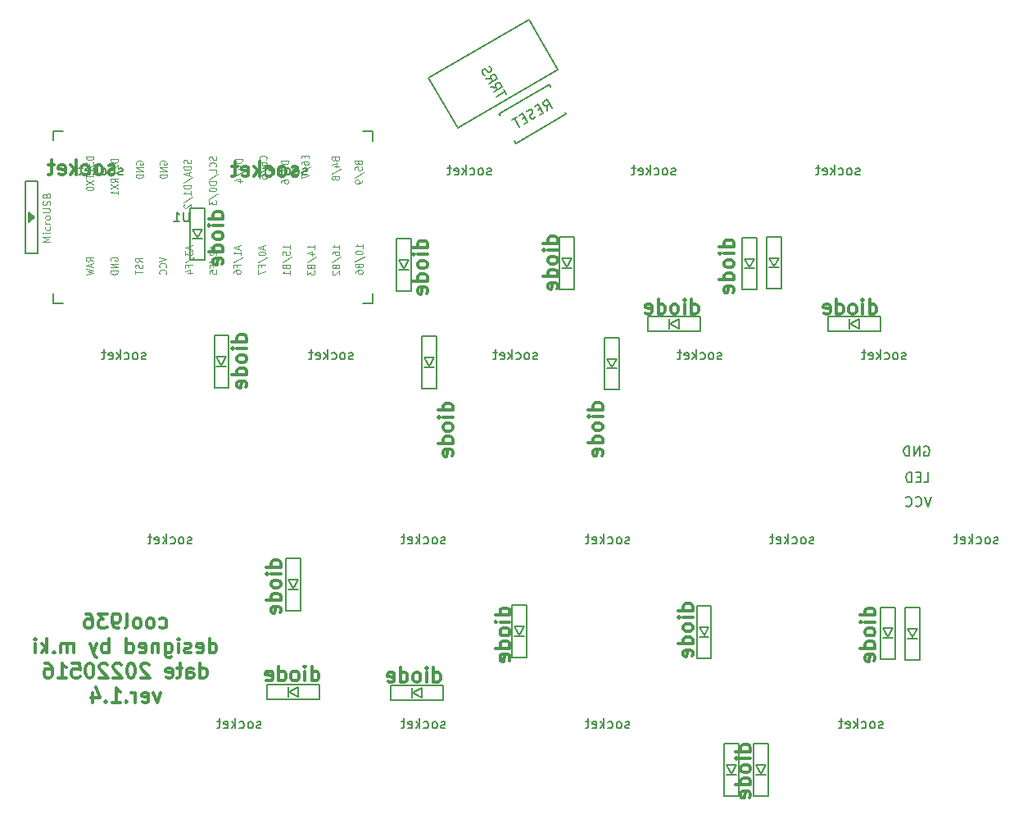
<source format=gbr>
G04 #@! TF.GenerationSoftware,KiCad,Pcbnew,(5.1.6-0-10_14)*
G04 #@! TF.CreationDate,2022-05-16T21:02:00+09:00*
G04 #@! TF.ProjectId,cool936,636f6f6c-3933-4362-9e6b-696361645f70,rev?*
G04 #@! TF.SameCoordinates,Original*
G04 #@! TF.FileFunction,Legend,Bot*
G04 #@! TF.FilePolarity,Positive*
%FSLAX46Y46*%
G04 Gerber Fmt 4.6, Leading zero omitted, Abs format (unit mm)*
G04 Created by KiCad (PCBNEW (5.1.6-0-10_14)) date 2022-05-16 21:02:00*
%MOMM*%
%LPD*%
G01*
G04 APERTURE LIST*
%ADD10C,0.300000*%
%ADD11C,0.150000*%
%ADD12C,0.120000*%
%ADD13C,0.125000*%
G04 APERTURE END LIST*
D10*
X47221428Y4722857D02*
X47078571Y4651428D01*
X46792857Y4651428D01*
X46650000Y4722857D01*
X46578571Y4865714D01*
X46578571Y4937142D01*
X46650000Y5080000D01*
X46792857Y5151428D01*
X47007142Y5151428D01*
X47150000Y5222857D01*
X47221428Y5365714D01*
X47221428Y5437142D01*
X47150000Y5580000D01*
X47007142Y5651428D01*
X46792857Y5651428D01*
X46650000Y5580000D01*
X45721428Y4651428D02*
X45864285Y4722857D01*
X45935714Y4794285D01*
X46007142Y4937142D01*
X46007142Y5365714D01*
X45935714Y5508571D01*
X45864285Y5580000D01*
X45721428Y5651428D01*
X45507142Y5651428D01*
X45364285Y5580000D01*
X45292857Y5508571D01*
X45221428Y5365714D01*
X45221428Y4937142D01*
X45292857Y4794285D01*
X45364285Y4722857D01*
X45507142Y4651428D01*
X45721428Y4651428D01*
X43935714Y4722857D02*
X44078571Y4651428D01*
X44364285Y4651428D01*
X44507142Y4722857D01*
X44578571Y4794285D01*
X44650000Y4937142D01*
X44650000Y5365714D01*
X44578571Y5508571D01*
X44507142Y5580000D01*
X44364285Y5651428D01*
X44078571Y5651428D01*
X43935714Y5580000D01*
X43292857Y4651428D02*
X43292857Y6151428D01*
X43150000Y5222857D02*
X42721428Y4651428D01*
X42721428Y5651428D02*
X43292857Y5080000D01*
X41507142Y4722857D02*
X41650000Y4651428D01*
X41935714Y4651428D01*
X42078571Y4722857D01*
X42150000Y4865714D01*
X42150000Y5437142D01*
X42078571Y5580000D01*
X41935714Y5651428D01*
X41650000Y5651428D01*
X41507142Y5580000D01*
X41435714Y5437142D01*
X41435714Y5294285D01*
X42150000Y5151428D01*
X41007142Y5651428D02*
X40435714Y5651428D01*
X40792857Y6151428D02*
X40792857Y4865714D01*
X40721428Y4722857D01*
X40578571Y4651428D01*
X40435714Y4651428D01*
X88078571Y-40234285D02*
X86578571Y-40234285D01*
X88007142Y-40234285D02*
X88078571Y-40091428D01*
X88078571Y-39805714D01*
X88007142Y-39662857D01*
X87935714Y-39591428D01*
X87792857Y-39520000D01*
X87364285Y-39520000D01*
X87221428Y-39591428D01*
X87150000Y-39662857D01*
X87078571Y-39805714D01*
X87078571Y-40091428D01*
X87150000Y-40234285D01*
X88078571Y-40948571D02*
X87078571Y-40948571D01*
X86578571Y-40948571D02*
X86650000Y-40877142D01*
X86721428Y-40948571D01*
X86650000Y-41020000D01*
X86578571Y-40948571D01*
X86721428Y-40948571D01*
X88078571Y-41877142D02*
X88007142Y-41734285D01*
X87935714Y-41662857D01*
X87792857Y-41591428D01*
X87364285Y-41591428D01*
X87221428Y-41662857D01*
X87150000Y-41734285D01*
X87078571Y-41877142D01*
X87078571Y-42091428D01*
X87150000Y-42234285D01*
X87221428Y-42305714D01*
X87364285Y-42377142D01*
X87792857Y-42377142D01*
X87935714Y-42305714D01*
X88007142Y-42234285D01*
X88078571Y-42091428D01*
X88078571Y-41877142D01*
X88078571Y-43662857D02*
X86578571Y-43662857D01*
X88007142Y-43662857D02*
X88078571Y-43520000D01*
X88078571Y-43234285D01*
X88007142Y-43091428D01*
X87935714Y-43020000D01*
X87792857Y-42948571D01*
X87364285Y-42948571D01*
X87221428Y-43020000D01*
X87150000Y-43091428D01*
X87078571Y-43234285D01*
X87078571Y-43520000D01*
X87150000Y-43662857D01*
X88007142Y-44948571D02*
X88078571Y-44805714D01*
X88078571Y-44520000D01*
X88007142Y-44377142D01*
X87864285Y-44305714D01*
X87292857Y-44305714D01*
X87150000Y-44377142D01*
X87078571Y-44520000D01*
X87078571Y-44805714D01*
X87150000Y-44948571D01*
X87292857Y-45020000D01*
X87435714Y-45020000D01*
X87578571Y-44305714D01*
X74098571Y-2294285D02*
X72598571Y-2294285D01*
X74027142Y-2294285D02*
X74098571Y-2151428D01*
X74098571Y-1865714D01*
X74027142Y-1722857D01*
X73955714Y-1651428D01*
X73812857Y-1580000D01*
X73384285Y-1580000D01*
X73241428Y-1651428D01*
X73170000Y-1722857D01*
X73098571Y-1865714D01*
X73098571Y-2151428D01*
X73170000Y-2294285D01*
X74098571Y-3008571D02*
X73098571Y-3008571D01*
X72598571Y-3008571D02*
X72670000Y-2937142D01*
X72741428Y-3008571D01*
X72670000Y-3080000D01*
X72598571Y-3008571D01*
X72741428Y-3008571D01*
X74098571Y-3937142D02*
X74027142Y-3794285D01*
X73955714Y-3722857D01*
X73812857Y-3651428D01*
X73384285Y-3651428D01*
X73241428Y-3722857D01*
X73170000Y-3794285D01*
X73098571Y-3937142D01*
X73098571Y-4151428D01*
X73170000Y-4294285D01*
X73241428Y-4365714D01*
X73384285Y-4437142D01*
X73812857Y-4437142D01*
X73955714Y-4365714D01*
X74027142Y-4294285D01*
X74098571Y-4151428D01*
X74098571Y-3937142D01*
X74098571Y-5722857D02*
X72598571Y-5722857D01*
X74027142Y-5722857D02*
X74098571Y-5580000D01*
X74098571Y-5294285D01*
X74027142Y-5151428D01*
X73955714Y-5080000D01*
X73812857Y-5008571D01*
X73384285Y-5008571D01*
X73241428Y-5080000D01*
X73170000Y-5151428D01*
X73098571Y-5294285D01*
X73098571Y-5580000D01*
X73170000Y-5722857D01*
X74027142Y-7008571D02*
X74098571Y-6865714D01*
X74098571Y-6580000D01*
X74027142Y-6437142D01*
X73884285Y-6365714D01*
X73312857Y-6365714D01*
X73170000Y-6437142D01*
X73098571Y-6580000D01*
X73098571Y-6865714D01*
X73170000Y-7008571D01*
X73312857Y-7080000D01*
X73455714Y-7080000D01*
X73598571Y-6365714D01*
X106345714Y-9598571D02*
X106345714Y-8098571D01*
X106345714Y-9527142D02*
X106488571Y-9598571D01*
X106774285Y-9598571D01*
X106917142Y-9527142D01*
X106988571Y-9455714D01*
X107060000Y-9312857D01*
X107060000Y-8884285D01*
X106988571Y-8741428D01*
X106917142Y-8670000D01*
X106774285Y-8598571D01*
X106488571Y-8598571D01*
X106345714Y-8670000D01*
X105631428Y-9598571D02*
X105631428Y-8598571D01*
X105631428Y-8098571D02*
X105702857Y-8170000D01*
X105631428Y-8241428D01*
X105560000Y-8170000D01*
X105631428Y-8098571D01*
X105631428Y-8241428D01*
X104702857Y-9598571D02*
X104845714Y-9527142D01*
X104917142Y-9455714D01*
X104988571Y-9312857D01*
X104988571Y-8884285D01*
X104917142Y-8741428D01*
X104845714Y-8670000D01*
X104702857Y-8598571D01*
X104488571Y-8598571D01*
X104345714Y-8670000D01*
X104274285Y-8741428D01*
X104202857Y-8884285D01*
X104202857Y-9312857D01*
X104274285Y-9455714D01*
X104345714Y-9527142D01*
X104488571Y-9598571D01*
X104702857Y-9598571D01*
X102917142Y-9598571D02*
X102917142Y-8098571D01*
X102917142Y-9527142D02*
X103060000Y-9598571D01*
X103345714Y-9598571D01*
X103488571Y-9527142D01*
X103560000Y-9455714D01*
X103631428Y-9312857D01*
X103631428Y-8884285D01*
X103560000Y-8741428D01*
X103488571Y-8670000D01*
X103345714Y-8598571D01*
X103060000Y-8598571D01*
X102917142Y-8670000D01*
X101631428Y-9527142D02*
X101774285Y-9598571D01*
X102060000Y-9598571D01*
X102202857Y-9527142D01*
X102274285Y-9384285D01*
X102274285Y-8812857D01*
X102202857Y-8670000D01*
X102060000Y-8598571D01*
X101774285Y-8598571D01*
X101631428Y-8670000D01*
X101560000Y-8812857D01*
X101560000Y-8955714D01*
X102274285Y-9098571D01*
X61285714Y-47628571D02*
X61285714Y-46128571D01*
X61285714Y-47557142D02*
X61428571Y-47628571D01*
X61714285Y-47628571D01*
X61857142Y-47557142D01*
X61928571Y-47485714D01*
X62000000Y-47342857D01*
X62000000Y-46914285D01*
X61928571Y-46771428D01*
X61857142Y-46700000D01*
X61714285Y-46628571D01*
X61428571Y-46628571D01*
X61285714Y-46700000D01*
X60571428Y-47628571D02*
X60571428Y-46628571D01*
X60571428Y-46128571D02*
X60642857Y-46200000D01*
X60571428Y-46271428D01*
X60500000Y-46200000D01*
X60571428Y-46128571D01*
X60571428Y-46271428D01*
X59642857Y-47628571D02*
X59785714Y-47557142D01*
X59857142Y-47485714D01*
X59928571Y-47342857D01*
X59928571Y-46914285D01*
X59857142Y-46771428D01*
X59785714Y-46700000D01*
X59642857Y-46628571D01*
X59428571Y-46628571D01*
X59285714Y-46700000D01*
X59214285Y-46771428D01*
X59142857Y-46914285D01*
X59142857Y-47342857D01*
X59214285Y-47485714D01*
X59285714Y-47557142D01*
X59428571Y-47628571D01*
X59642857Y-47628571D01*
X57857142Y-47628571D02*
X57857142Y-46128571D01*
X57857142Y-47557142D02*
X58000000Y-47628571D01*
X58285714Y-47628571D01*
X58428571Y-47557142D01*
X58500000Y-47485714D01*
X58571428Y-47342857D01*
X58571428Y-46914285D01*
X58500000Y-46771428D01*
X58428571Y-46700000D01*
X58285714Y-46628571D01*
X58000000Y-46628571D01*
X57857142Y-46700000D01*
X56571428Y-47557142D02*
X56714285Y-47628571D01*
X57000000Y-47628571D01*
X57142857Y-47557142D01*
X57214285Y-47414285D01*
X57214285Y-46842857D01*
X57142857Y-46700000D01*
X57000000Y-46628571D01*
X56714285Y-46628571D01*
X56571428Y-46700000D01*
X56500000Y-46842857D01*
X56500000Y-46985714D01*
X57214285Y-47128571D01*
X92318571Y-2654285D02*
X90818571Y-2654285D01*
X92247142Y-2654285D02*
X92318571Y-2511428D01*
X92318571Y-2225714D01*
X92247142Y-2082857D01*
X92175714Y-2011428D01*
X92032857Y-1940000D01*
X91604285Y-1940000D01*
X91461428Y-2011428D01*
X91390000Y-2082857D01*
X91318571Y-2225714D01*
X91318571Y-2511428D01*
X91390000Y-2654285D01*
X92318571Y-3368571D02*
X91318571Y-3368571D01*
X90818571Y-3368571D02*
X90890000Y-3297142D01*
X90961428Y-3368571D01*
X90890000Y-3440000D01*
X90818571Y-3368571D01*
X90961428Y-3368571D01*
X92318571Y-4297142D02*
X92247142Y-4154285D01*
X92175714Y-4082857D01*
X92032857Y-4011428D01*
X91604285Y-4011428D01*
X91461428Y-4082857D01*
X91390000Y-4154285D01*
X91318571Y-4297142D01*
X91318571Y-4511428D01*
X91390000Y-4654285D01*
X91461428Y-4725714D01*
X91604285Y-4797142D01*
X92032857Y-4797142D01*
X92175714Y-4725714D01*
X92247142Y-4654285D01*
X92318571Y-4511428D01*
X92318571Y-4297142D01*
X92318571Y-6082857D02*
X90818571Y-6082857D01*
X92247142Y-6082857D02*
X92318571Y-5940000D01*
X92318571Y-5654285D01*
X92247142Y-5511428D01*
X92175714Y-5440000D01*
X92032857Y-5368571D01*
X91604285Y-5368571D01*
X91461428Y-5440000D01*
X91390000Y-5511428D01*
X91318571Y-5654285D01*
X91318571Y-5940000D01*
X91390000Y-6082857D01*
X92247142Y-7368571D02*
X92318571Y-7225714D01*
X92318571Y-6940000D01*
X92247142Y-6797142D01*
X92104285Y-6725714D01*
X91532857Y-6725714D01*
X91390000Y-6797142D01*
X91318571Y-6940000D01*
X91318571Y-7225714D01*
X91390000Y-7368571D01*
X91532857Y-7440000D01*
X91675714Y-7440000D01*
X91818571Y-6725714D01*
X32965714Y-41982142D02*
X33108571Y-42053571D01*
X33394285Y-42053571D01*
X33537142Y-41982142D01*
X33608571Y-41910714D01*
X33680000Y-41767857D01*
X33680000Y-41339285D01*
X33608571Y-41196428D01*
X33537142Y-41125000D01*
X33394285Y-41053571D01*
X33108571Y-41053571D01*
X32965714Y-41125000D01*
X32108571Y-42053571D02*
X32251428Y-41982142D01*
X32322857Y-41910714D01*
X32394285Y-41767857D01*
X32394285Y-41339285D01*
X32322857Y-41196428D01*
X32251428Y-41125000D01*
X32108571Y-41053571D01*
X31894285Y-41053571D01*
X31751428Y-41125000D01*
X31680000Y-41196428D01*
X31608571Y-41339285D01*
X31608571Y-41767857D01*
X31680000Y-41910714D01*
X31751428Y-41982142D01*
X31894285Y-42053571D01*
X32108571Y-42053571D01*
X30751428Y-42053571D02*
X30894285Y-41982142D01*
X30965714Y-41910714D01*
X31037142Y-41767857D01*
X31037142Y-41339285D01*
X30965714Y-41196428D01*
X30894285Y-41125000D01*
X30751428Y-41053571D01*
X30537142Y-41053571D01*
X30394285Y-41125000D01*
X30322857Y-41196428D01*
X30251428Y-41339285D01*
X30251428Y-41767857D01*
X30322857Y-41910714D01*
X30394285Y-41982142D01*
X30537142Y-42053571D01*
X30751428Y-42053571D01*
X29394285Y-42053571D02*
X29537142Y-41982142D01*
X29608571Y-41839285D01*
X29608571Y-40553571D01*
X28751428Y-42053571D02*
X28465714Y-42053571D01*
X28322857Y-41982142D01*
X28251428Y-41910714D01*
X28108571Y-41696428D01*
X28037142Y-41410714D01*
X28037142Y-40839285D01*
X28108571Y-40696428D01*
X28180000Y-40625000D01*
X28322857Y-40553571D01*
X28608571Y-40553571D01*
X28751428Y-40625000D01*
X28822857Y-40696428D01*
X28894285Y-40839285D01*
X28894285Y-41196428D01*
X28822857Y-41339285D01*
X28751428Y-41410714D01*
X28608571Y-41482142D01*
X28322857Y-41482142D01*
X28180000Y-41410714D01*
X28108571Y-41339285D01*
X28037142Y-41196428D01*
X27537142Y-40553571D02*
X26608571Y-40553571D01*
X27108571Y-41125000D01*
X26894285Y-41125000D01*
X26751428Y-41196428D01*
X26680000Y-41267857D01*
X26608571Y-41410714D01*
X26608571Y-41767857D01*
X26680000Y-41910714D01*
X26751428Y-41982142D01*
X26894285Y-42053571D01*
X27322857Y-42053571D01*
X27465714Y-41982142D01*
X27537142Y-41910714D01*
X25322857Y-40553571D02*
X25608571Y-40553571D01*
X25751428Y-40625000D01*
X25822857Y-40696428D01*
X25965714Y-40910714D01*
X26037142Y-41196428D01*
X26037142Y-41767857D01*
X25965714Y-41910714D01*
X25894285Y-41982142D01*
X25751428Y-42053571D01*
X25465714Y-42053571D01*
X25322857Y-41982142D01*
X25251428Y-41910714D01*
X25180000Y-41767857D01*
X25180000Y-41410714D01*
X25251428Y-41267857D01*
X25322857Y-41196428D01*
X25465714Y-41125000D01*
X25751428Y-41125000D01*
X25894285Y-41196428D01*
X25965714Y-41267857D01*
X26037142Y-41410714D01*
X38108571Y-44603571D02*
X38108571Y-43103571D01*
X38108571Y-44532142D02*
X38251428Y-44603571D01*
X38537142Y-44603571D01*
X38680000Y-44532142D01*
X38751428Y-44460714D01*
X38822857Y-44317857D01*
X38822857Y-43889285D01*
X38751428Y-43746428D01*
X38680000Y-43675000D01*
X38537142Y-43603571D01*
X38251428Y-43603571D01*
X38108571Y-43675000D01*
X36822857Y-44532142D02*
X36965714Y-44603571D01*
X37251428Y-44603571D01*
X37394285Y-44532142D01*
X37465714Y-44389285D01*
X37465714Y-43817857D01*
X37394285Y-43675000D01*
X37251428Y-43603571D01*
X36965714Y-43603571D01*
X36822857Y-43675000D01*
X36751428Y-43817857D01*
X36751428Y-43960714D01*
X37465714Y-44103571D01*
X36180000Y-44532142D02*
X36037142Y-44603571D01*
X35751428Y-44603571D01*
X35608571Y-44532142D01*
X35537142Y-44389285D01*
X35537142Y-44317857D01*
X35608571Y-44175000D01*
X35751428Y-44103571D01*
X35965714Y-44103571D01*
X36108571Y-44032142D01*
X36180000Y-43889285D01*
X36180000Y-43817857D01*
X36108571Y-43675000D01*
X35965714Y-43603571D01*
X35751428Y-43603571D01*
X35608571Y-43675000D01*
X34894285Y-44603571D02*
X34894285Y-43603571D01*
X34894285Y-43103571D02*
X34965714Y-43175000D01*
X34894285Y-43246428D01*
X34822857Y-43175000D01*
X34894285Y-43103571D01*
X34894285Y-43246428D01*
X33537142Y-43603571D02*
X33537142Y-44817857D01*
X33608571Y-44960714D01*
X33680000Y-45032142D01*
X33822857Y-45103571D01*
X34037142Y-45103571D01*
X34180000Y-45032142D01*
X33537142Y-44532142D02*
X33680000Y-44603571D01*
X33965714Y-44603571D01*
X34108571Y-44532142D01*
X34180000Y-44460714D01*
X34251428Y-44317857D01*
X34251428Y-43889285D01*
X34180000Y-43746428D01*
X34108571Y-43675000D01*
X33965714Y-43603571D01*
X33680000Y-43603571D01*
X33537142Y-43675000D01*
X32822857Y-43603571D02*
X32822857Y-44603571D01*
X32822857Y-43746428D02*
X32751428Y-43675000D01*
X32608571Y-43603571D01*
X32394285Y-43603571D01*
X32251428Y-43675000D01*
X32180000Y-43817857D01*
X32180000Y-44603571D01*
X30894285Y-44532142D02*
X31037142Y-44603571D01*
X31322857Y-44603571D01*
X31465714Y-44532142D01*
X31537142Y-44389285D01*
X31537142Y-43817857D01*
X31465714Y-43675000D01*
X31322857Y-43603571D01*
X31037142Y-43603571D01*
X30894285Y-43675000D01*
X30822857Y-43817857D01*
X30822857Y-43960714D01*
X31537142Y-44103571D01*
X29537142Y-44603571D02*
X29537142Y-43103571D01*
X29537142Y-44532142D02*
X29680000Y-44603571D01*
X29965714Y-44603571D01*
X30108571Y-44532142D01*
X30180000Y-44460714D01*
X30251428Y-44317857D01*
X30251428Y-43889285D01*
X30180000Y-43746428D01*
X30108571Y-43675000D01*
X29965714Y-43603571D01*
X29680000Y-43603571D01*
X29537142Y-43675000D01*
X27680000Y-44603571D02*
X27680000Y-43103571D01*
X27680000Y-43675000D02*
X27537142Y-43603571D01*
X27251428Y-43603571D01*
X27108571Y-43675000D01*
X27037142Y-43746428D01*
X26965714Y-43889285D01*
X26965714Y-44317857D01*
X27037142Y-44460714D01*
X27108571Y-44532142D01*
X27251428Y-44603571D01*
X27537142Y-44603571D01*
X27680000Y-44532142D01*
X26465714Y-43603571D02*
X26108571Y-44603571D01*
X25751428Y-43603571D02*
X26108571Y-44603571D01*
X26251428Y-44960714D01*
X26322857Y-45032142D01*
X26465714Y-45103571D01*
X24037142Y-44603571D02*
X24037142Y-43603571D01*
X24037142Y-43746428D02*
X23965714Y-43675000D01*
X23822857Y-43603571D01*
X23608571Y-43603571D01*
X23465714Y-43675000D01*
X23394285Y-43817857D01*
X23394285Y-44603571D01*
X23394285Y-43817857D02*
X23322857Y-43675000D01*
X23180000Y-43603571D01*
X22965714Y-43603571D01*
X22822857Y-43675000D01*
X22751428Y-43817857D01*
X22751428Y-44603571D01*
X22037142Y-44460714D02*
X21965714Y-44532142D01*
X22037142Y-44603571D01*
X22108571Y-44532142D01*
X22037142Y-44460714D01*
X22037142Y-44603571D01*
X21322857Y-44603571D02*
X21322857Y-43103571D01*
X21180000Y-44032142D02*
X20751428Y-44603571D01*
X20751428Y-43603571D02*
X21322857Y-44175000D01*
X20108571Y-44603571D02*
X20108571Y-43603571D01*
X20108571Y-43103571D02*
X20180000Y-43175000D01*
X20108571Y-43246428D01*
X20037142Y-43175000D01*
X20108571Y-43103571D01*
X20108571Y-43246428D01*
X37144285Y-47153571D02*
X37144285Y-45653571D01*
X37144285Y-47082142D02*
X37287142Y-47153571D01*
X37572857Y-47153571D01*
X37715714Y-47082142D01*
X37787142Y-47010714D01*
X37858571Y-46867857D01*
X37858571Y-46439285D01*
X37787142Y-46296428D01*
X37715714Y-46225000D01*
X37572857Y-46153571D01*
X37287142Y-46153571D01*
X37144285Y-46225000D01*
X35787142Y-47153571D02*
X35787142Y-46367857D01*
X35858571Y-46225000D01*
X36001428Y-46153571D01*
X36287142Y-46153571D01*
X36430000Y-46225000D01*
X35787142Y-47082142D02*
X35930000Y-47153571D01*
X36287142Y-47153571D01*
X36430000Y-47082142D01*
X36501428Y-46939285D01*
X36501428Y-46796428D01*
X36430000Y-46653571D01*
X36287142Y-46582142D01*
X35930000Y-46582142D01*
X35787142Y-46510714D01*
X35287142Y-46153571D02*
X34715714Y-46153571D01*
X35072857Y-45653571D02*
X35072857Y-46939285D01*
X35001428Y-47082142D01*
X34858571Y-47153571D01*
X34715714Y-47153571D01*
X33644285Y-47082142D02*
X33787142Y-47153571D01*
X34072857Y-47153571D01*
X34215714Y-47082142D01*
X34287142Y-46939285D01*
X34287142Y-46367857D01*
X34215714Y-46225000D01*
X34072857Y-46153571D01*
X33787142Y-46153571D01*
X33644285Y-46225000D01*
X33572857Y-46367857D01*
X33572857Y-46510714D01*
X34287142Y-46653571D01*
X31858571Y-45796428D02*
X31787142Y-45725000D01*
X31644285Y-45653571D01*
X31287142Y-45653571D01*
X31144285Y-45725000D01*
X31072857Y-45796428D01*
X31001428Y-45939285D01*
X31001428Y-46082142D01*
X31072857Y-46296428D01*
X31930000Y-47153571D01*
X31001428Y-47153571D01*
X30072857Y-45653571D02*
X29930000Y-45653571D01*
X29787142Y-45725000D01*
X29715714Y-45796428D01*
X29644285Y-45939285D01*
X29572857Y-46225000D01*
X29572857Y-46582142D01*
X29644285Y-46867857D01*
X29715714Y-47010714D01*
X29787142Y-47082142D01*
X29930000Y-47153571D01*
X30072857Y-47153571D01*
X30215714Y-47082142D01*
X30287142Y-47010714D01*
X30358571Y-46867857D01*
X30430000Y-46582142D01*
X30430000Y-46225000D01*
X30358571Y-45939285D01*
X30287142Y-45796428D01*
X30215714Y-45725000D01*
X30072857Y-45653571D01*
X29001428Y-45796428D02*
X28930000Y-45725000D01*
X28787142Y-45653571D01*
X28430000Y-45653571D01*
X28287142Y-45725000D01*
X28215714Y-45796428D01*
X28144285Y-45939285D01*
X28144285Y-46082142D01*
X28215714Y-46296428D01*
X29072857Y-47153571D01*
X28144285Y-47153571D01*
X27572857Y-45796428D02*
X27501428Y-45725000D01*
X27358571Y-45653571D01*
X27001428Y-45653571D01*
X26858571Y-45725000D01*
X26787142Y-45796428D01*
X26715714Y-45939285D01*
X26715714Y-46082142D01*
X26787142Y-46296428D01*
X27644285Y-47153571D01*
X26715714Y-47153571D01*
X25787142Y-45653571D02*
X25644285Y-45653571D01*
X25501428Y-45725000D01*
X25430000Y-45796428D01*
X25358571Y-45939285D01*
X25287142Y-46225000D01*
X25287142Y-46582142D01*
X25358571Y-46867857D01*
X25430000Y-47010714D01*
X25501428Y-47082142D01*
X25644285Y-47153571D01*
X25787142Y-47153571D01*
X25930000Y-47082142D01*
X26001428Y-47010714D01*
X26072857Y-46867857D01*
X26144285Y-46582142D01*
X26144285Y-46225000D01*
X26072857Y-45939285D01*
X26001428Y-45796428D01*
X25930000Y-45725000D01*
X25787142Y-45653571D01*
X23930000Y-45653571D02*
X24644285Y-45653571D01*
X24715714Y-46367857D01*
X24644285Y-46296428D01*
X24501428Y-46225000D01*
X24144285Y-46225000D01*
X24001428Y-46296428D01*
X23930000Y-46367857D01*
X23858571Y-46510714D01*
X23858571Y-46867857D01*
X23930000Y-47010714D01*
X24001428Y-47082142D01*
X24144285Y-47153571D01*
X24501428Y-47153571D01*
X24644285Y-47082142D01*
X24715714Y-47010714D01*
X22430000Y-47153571D02*
X23287142Y-47153571D01*
X22858571Y-47153571D02*
X22858571Y-45653571D01*
X23001428Y-45867857D01*
X23144285Y-46010714D01*
X23287142Y-46082142D01*
X21144285Y-45653571D02*
X21430000Y-45653571D01*
X21572857Y-45725000D01*
X21644285Y-45796428D01*
X21787142Y-46010714D01*
X21858571Y-46296428D01*
X21858571Y-46867857D01*
X21787142Y-47010714D01*
X21715714Y-47082142D01*
X21572857Y-47153571D01*
X21287142Y-47153571D01*
X21144285Y-47082142D01*
X21072857Y-47010714D01*
X21001428Y-46867857D01*
X21001428Y-46510714D01*
X21072857Y-46367857D01*
X21144285Y-46296428D01*
X21287142Y-46225000D01*
X21572857Y-46225000D01*
X21715714Y-46296428D01*
X21787142Y-46367857D01*
X21858571Y-46510714D01*
X33037142Y-48703571D02*
X32680000Y-49703571D01*
X32322857Y-48703571D01*
X31180000Y-49632142D02*
X31322857Y-49703571D01*
X31608571Y-49703571D01*
X31751428Y-49632142D01*
X31822857Y-49489285D01*
X31822857Y-48917857D01*
X31751428Y-48775000D01*
X31608571Y-48703571D01*
X31322857Y-48703571D01*
X31180000Y-48775000D01*
X31108571Y-48917857D01*
X31108571Y-49060714D01*
X31822857Y-49203571D01*
X30465714Y-49703571D02*
X30465714Y-48703571D01*
X30465714Y-48989285D02*
X30394285Y-48846428D01*
X30322857Y-48775000D01*
X30180000Y-48703571D01*
X30037142Y-48703571D01*
X29537142Y-49560714D02*
X29465714Y-49632142D01*
X29537142Y-49703571D01*
X29608571Y-49632142D01*
X29537142Y-49560714D01*
X29537142Y-49703571D01*
X28037142Y-49703571D02*
X28894285Y-49703571D01*
X28465714Y-49703571D02*
X28465714Y-48203571D01*
X28608571Y-48417857D01*
X28751428Y-48560714D01*
X28894285Y-48632142D01*
X27394285Y-49560714D02*
X27322857Y-49632142D01*
X27394285Y-49703571D01*
X27465714Y-49632142D01*
X27394285Y-49560714D01*
X27394285Y-49703571D01*
X26037142Y-48703571D02*
X26037142Y-49703571D01*
X26394285Y-48132142D02*
X26751428Y-49203571D01*
X25822857Y-49203571D01*
X106898571Y-40684285D02*
X105398571Y-40684285D01*
X106827142Y-40684285D02*
X106898571Y-40541428D01*
X106898571Y-40255714D01*
X106827142Y-40112857D01*
X106755714Y-40041428D01*
X106612857Y-39970000D01*
X106184285Y-39970000D01*
X106041428Y-40041428D01*
X105970000Y-40112857D01*
X105898571Y-40255714D01*
X105898571Y-40541428D01*
X105970000Y-40684285D01*
X106898571Y-41398571D02*
X105898571Y-41398571D01*
X105398571Y-41398571D02*
X105470000Y-41327142D01*
X105541428Y-41398571D01*
X105470000Y-41470000D01*
X105398571Y-41398571D01*
X105541428Y-41398571D01*
X106898571Y-42327142D02*
X106827142Y-42184285D01*
X106755714Y-42112857D01*
X106612857Y-42041428D01*
X106184285Y-42041428D01*
X106041428Y-42112857D01*
X105970000Y-42184285D01*
X105898571Y-42327142D01*
X105898571Y-42541428D01*
X105970000Y-42684285D01*
X106041428Y-42755714D01*
X106184285Y-42827142D01*
X106612857Y-42827142D01*
X106755714Y-42755714D01*
X106827142Y-42684285D01*
X106898571Y-42541428D01*
X106898571Y-42327142D01*
X106898571Y-44112857D02*
X105398571Y-44112857D01*
X106827142Y-44112857D02*
X106898571Y-43970000D01*
X106898571Y-43684285D01*
X106827142Y-43541428D01*
X106755714Y-43470000D01*
X106612857Y-43398571D01*
X106184285Y-43398571D01*
X106041428Y-43470000D01*
X105970000Y-43541428D01*
X105898571Y-43684285D01*
X105898571Y-43970000D01*
X105970000Y-44112857D01*
X106827142Y-45398571D02*
X106898571Y-45255714D01*
X106898571Y-44970000D01*
X106827142Y-44827142D01*
X106684285Y-44755714D01*
X106112857Y-44755714D01*
X105970000Y-44827142D01*
X105898571Y-44970000D01*
X105898571Y-45255714D01*
X105970000Y-45398571D01*
X106112857Y-45470000D01*
X106255714Y-45470000D01*
X106398571Y-44755714D01*
X78758571Y-19494285D02*
X77258571Y-19494285D01*
X78687142Y-19494285D02*
X78758571Y-19351428D01*
X78758571Y-19065714D01*
X78687142Y-18922857D01*
X78615714Y-18851428D01*
X78472857Y-18780000D01*
X78044285Y-18780000D01*
X77901428Y-18851428D01*
X77830000Y-18922857D01*
X77758571Y-19065714D01*
X77758571Y-19351428D01*
X77830000Y-19494285D01*
X78758571Y-20208571D02*
X77758571Y-20208571D01*
X77258571Y-20208571D02*
X77330000Y-20137142D01*
X77401428Y-20208571D01*
X77330000Y-20280000D01*
X77258571Y-20208571D01*
X77401428Y-20208571D01*
X78758571Y-21137142D02*
X78687142Y-20994285D01*
X78615714Y-20922857D01*
X78472857Y-20851428D01*
X78044285Y-20851428D01*
X77901428Y-20922857D01*
X77830000Y-20994285D01*
X77758571Y-21137142D01*
X77758571Y-21351428D01*
X77830000Y-21494285D01*
X77901428Y-21565714D01*
X78044285Y-21637142D01*
X78472857Y-21637142D01*
X78615714Y-21565714D01*
X78687142Y-21494285D01*
X78758571Y-21351428D01*
X78758571Y-21137142D01*
X78758571Y-22922857D02*
X77258571Y-22922857D01*
X78687142Y-22922857D02*
X78758571Y-22780000D01*
X78758571Y-22494285D01*
X78687142Y-22351428D01*
X78615714Y-22280000D01*
X78472857Y-22208571D01*
X78044285Y-22208571D01*
X77901428Y-22280000D01*
X77830000Y-22351428D01*
X77758571Y-22494285D01*
X77758571Y-22780000D01*
X77830000Y-22922857D01*
X78687142Y-24208571D02*
X78758571Y-24065714D01*
X78758571Y-23780000D01*
X78687142Y-23637142D01*
X78544285Y-23565714D01*
X77972857Y-23565714D01*
X77830000Y-23637142D01*
X77758571Y-23780000D01*
X77758571Y-24065714D01*
X77830000Y-24208571D01*
X77972857Y-24280000D01*
X78115714Y-24280000D01*
X78258571Y-23565714D01*
X94028571Y-54804285D02*
X92528571Y-54804285D01*
X93957142Y-54804285D02*
X94028571Y-54661428D01*
X94028571Y-54375714D01*
X93957142Y-54232857D01*
X93885714Y-54161428D01*
X93742857Y-54090000D01*
X93314285Y-54090000D01*
X93171428Y-54161428D01*
X93100000Y-54232857D01*
X93028571Y-54375714D01*
X93028571Y-54661428D01*
X93100000Y-54804285D01*
X94028571Y-55518571D02*
X93028571Y-55518571D01*
X92528571Y-55518571D02*
X92600000Y-55447142D01*
X92671428Y-55518571D01*
X92600000Y-55590000D01*
X92528571Y-55518571D01*
X92671428Y-55518571D01*
X94028571Y-56447142D02*
X93957142Y-56304285D01*
X93885714Y-56232857D01*
X93742857Y-56161428D01*
X93314285Y-56161428D01*
X93171428Y-56232857D01*
X93100000Y-56304285D01*
X93028571Y-56447142D01*
X93028571Y-56661428D01*
X93100000Y-56804285D01*
X93171428Y-56875714D01*
X93314285Y-56947142D01*
X93742857Y-56947142D01*
X93885714Y-56875714D01*
X93957142Y-56804285D01*
X94028571Y-56661428D01*
X94028571Y-56447142D01*
X94028571Y-58232857D02*
X92528571Y-58232857D01*
X93957142Y-58232857D02*
X94028571Y-58090000D01*
X94028571Y-57804285D01*
X93957142Y-57661428D01*
X93885714Y-57590000D01*
X93742857Y-57518571D01*
X93314285Y-57518571D01*
X93171428Y-57590000D01*
X93100000Y-57661428D01*
X93028571Y-57804285D01*
X93028571Y-58090000D01*
X93100000Y-58232857D01*
X93957142Y-59518571D02*
X94028571Y-59375714D01*
X94028571Y-59090000D01*
X93957142Y-58947142D01*
X93814285Y-58875714D01*
X93242857Y-58875714D01*
X93100000Y-58947142D01*
X93028571Y-59090000D01*
X93028571Y-59375714D01*
X93100000Y-59518571D01*
X93242857Y-59590000D01*
X93385714Y-59590000D01*
X93528571Y-58875714D01*
X45478571Y-35734285D02*
X43978571Y-35734285D01*
X45407142Y-35734285D02*
X45478571Y-35591428D01*
X45478571Y-35305714D01*
X45407142Y-35162857D01*
X45335714Y-35091428D01*
X45192857Y-35020000D01*
X44764285Y-35020000D01*
X44621428Y-35091428D01*
X44550000Y-35162857D01*
X44478571Y-35305714D01*
X44478571Y-35591428D01*
X44550000Y-35734285D01*
X45478571Y-36448571D02*
X44478571Y-36448571D01*
X43978571Y-36448571D02*
X44050000Y-36377142D01*
X44121428Y-36448571D01*
X44050000Y-36520000D01*
X43978571Y-36448571D01*
X44121428Y-36448571D01*
X45478571Y-37377142D02*
X45407142Y-37234285D01*
X45335714Y-37162857D01*
X45192857Y-37091428D01*
X44764285Y-37091428D01*
X44621428Y-37162857D01*
X44550000Y-37234285D01*
X44478571Y-37377142D01*
X44478571Y-37591428D01*
X44550000Y-37734285D01*
X44621428Y-37805714D01*
X44764285Y-37877142D01*
X45192857Y-37877142D01*
X45335714Y-37805714D01*
X45407142Y-37734285D01*
X45478571Y-37591428D01*
X45478571Y-37377142D01*
X45478571Y-39162857D02*
X43978571Y-39162857D01*
X45407142Y-39162857D02*
X45478571Y-39020000D01*
X45478571Y-38734285D01*
X45407142Y-38591428D01*
X45335714Y-38520000D01*
X45192857Y-38448571D01*
X44764285Y-38448571D01*
X44621428Y-38520000D01*
X44550000Y-38591428D01*
X44478571Y-38734285D01*
X44478571Y-39020000D01*
X44550000Y-39162857D01*
X45407142Y-40448571D02*
X45478571Y-40305714D01*
X45478571Y-40020000D01*
X45407142Y-39877142D01*
X45264285Y-39805714D01*
X44692857Y-39805714D01*
X44550000Y-39877142D01*
X44478571Y-40020000D01*
X44478571Y-40305714D01*
X44550000Y-40448571D01*
X44692857Y-40520000D01*
X44835714Y-40520000D01*
X44978571Y-39805714D01*
X28261428Y4852857D02*
X28118571Y4781428D01*
X27832857Y4781428D01*
X27689999Y4852857D01*
X27618571Y4995714D01*
X27618571Y5067142D01*
X27689999Y5210000D01*
X27832857Y5281428D01*
X28047142Y5281428D01*
X28189999Y5352857D01*
X28261428Y5495714D01*
X28261428Y5567142D01*
X28189999Y5710000D01*
X28047142Y5781428D01*
X27832857Y5781428D01*
X27689999Y5710000D01*
X26761428Y4781428D02*
X26904285Y4852857D01*
X26975714Y4924285D01*
X27047142Y5067142D01*
X27047142Y5495714D01*
X26975714Y5638571D01*
X26904285Y5710000D01*
X26761428Y5781428D01*
X26547142Y5781428D01*
X26404285Y5710000D01*
X26332857Y5638571D01*
X26261428Y5495714D01*
X26261428Y5067142D01*
X26332857Y4924285D01*
X26404285Y4852857D01*
X26547142Y4781428D01*
X26761428Y4781428D01*
X24975714Y4852857D02*
X25118571Y4781428D01*
X25404285Y4781428D01*
X25547142Y4852857D01*
X25618571Y4924285D01*
X25689999Y5067142D01*
X25689999Y5495714D01*
X25618571Y5638571D01*
X25547142Y5710000D01*
X25404285Y5781428D01*
X25118571Y5781428D01*
X24975714Y5710000D01*
X24332857Y4781428D02*
X24332857Y6281428D01*
X24189999Y5352857D02*
X23761428Y4781428D01*
X23761428Y5781428D02*
X24332857Y5210000D01*
X22547142Y4852857D02*
X22689999Y4781428D01*
X22975714Y4781428D01*
X23118571Y4852857D01*
X23189999Y4995714D01*
X23189999Y5567142D01*
X23118571Y5710000D01*
X22975714Y5781428D01*
X22689999Y5781428D01*
X22547142Y5710000D01*
X22475714Y5567142D01*
X22475714Y5424285D01*
X23189999Y5281428D01*
X22047142Y5781428D02*
X21475714Y5781428D01*
X21832857Y6281428D02*
X21832857Y4995714D01*
X21761428Y4852857D01*
X21618571Y4781428D01*
X21475714Y4781428D01*
X69148571Y-40684285D02*
X67648571Y-40684285D01*
X69077142Y-40684285D02*
X69148571Y-40541428D01*
X69148571Y-40255714D01*
X69077142Y-40112857D01*
X69005714Y-40041428D01*
X68862857Y-39970000D01*
X68434285Y-39970000D01*
X68291428Y-40041428D01*
X68220000Y-40112857D01*
X68148571Y-40255714D01*
X68148571Y-40541428D01*
X68220000Y-40684285D01*
X69148571Y-41398571D02*
X68148571Y-41398571D01*
X67648571Y-41398571D02*
X67720000Y-41327142D01*
X67791428Y-41398571D01*
X67720000Y-41470000D01*
X67648571Y-41398571D01*
X67791428Y-41398571D01*
X69148571Y-42327142D02*
X69077142Y-42184285D01*
X69005714Y-42112857D01*
X68862857Y-42041428D01*
X68434285Y-42041428D01*
X68291428Y-42112857D01*
X68220000Y-42184285D01*
X68148571Y-42327142D01*
X68148571Y-42541428D01*
X68220000Y-42684285D01*
X68291428Y-42755714D01*
X68434285Y-42827142D01*
X68862857Y-42827142D01*
X69005714Y-42755714D01*
X69077142Y-42684285D01*
X69148571Y-42541428D01*
X69148571Y-42327142D01*
X69148571Y-44112857D02*
X67648571Y-44112857D01*
X69077142Y-44112857D02*
X69148571Y-43970000D01*
X69148571Y-43684285D01*
X69077142Y-43541428D01*
X69005714Y-43470000D01*
X68862857Y-43398571D01*
X68434285Y-43398571D01*
X68291428Y-43470000D01*
X68220000Y-43541428D01*
X68148571Y-43684285D01*
X68148571Y-43970000D01*
X68220000Y-44112857D01*
X69077142Y-45398571D02*
X69148571Y-45255714D01*
X69148571Y-44970000D01*
X69077142Y-44827142D01*
X68934285Y-44755714D01*
X68362857Y-44755714D01*
X68220000Y-44827142D01*
X68148571Y-44970000D01*
X68148571Y-45255714D01*
X68220000Y-45398571D01*
X68362857Y-45470000D01*
X68505714Y-45470000D01*
X68648571Y-44755714D01*
X39508571Y235714D02*
X38008571Y235714D01*
X39437142Y235714D02*
X39508571Y378571D01*
X39508571Y664285D01*
X39437142Y807142D01*
X39365714Y878571D01*
X39222857Y950000D01*
X38794285Y950000D01*
X38651428Y878571D01*
X38580000Y807142D01*
X38508571Y664285D01*
X38508571Y378571D01*
X38580000Y235714D01*
X39508571Y-478571D02*
X38508571Y-478571D01*
X38008571Y-478571D02*
X38080000Y-407142D01*
X38151428Y-478571D01*
X38080000Y-550000D01*
X38008571Y-478571D01*
X38151428Y-478571D01*
X39508571Y-1407142D02*
X39437142Y-1264285D01*
X39365714Y-1192857D01*
X39222857Y-1121428D01*
X38794285Y-1121428D01*
X38651428Y-1192857D01*
X38580000Y-1264285D01*
X38508571Y-1407142D01*
X38508571Y-1621428D01*
X38580000Y-1764285D01*
X38651428Y-1835714D01*
X38794285Y-1907142D01*
X39222857Y-1907142D01*
X39365714Y-1835714D01*
X39437142Y-1764285D01*
X39508571Y-1621428D01*
X39508571Y-1407142D01*
X39508571Y-3192857D02*
X38008571Y-3192857D01*
X39437142Y-3192857D02*
X39508571Y-3050000D01*
X39508571Y-2764285D01*
X39437142Y-2621428D01*
X39365714Y-2550000D01*
X39222857Y-2478571D01*
X38794285Y-2478571D01*
X38651428Y-2550000D01*
X38580000Y-2621428D01*
X38508571Y-2764285D01*
X38508571Y-3050000D01*
X38580000Y-3192857D01*
X39437142Y-4478571D02*
X39508571Y-4335714D01*
X39508571Y-4050000D01*
X39437142Y-3907142D01*
X39294285Y-3835714D01*
X38722857Y-3835714D01*
X38580000Y-3907142D01*
X38508571Y-4050000D01*
X38508571Y-4335714D01*
X38580000Y-4478571D01*
X38722857Y-4550000D01*
X38865714Y-4550000D01*
X39008571Y-3835714D01*
X48685714Y-47478571D02*
X48685714Y-45978571D01*
X48685714Y-47407142D02*
X48828571Y-47478571D01*
X49114285Y-47478571D01*
X49257142Y-47407142D01*
X49328571Y-47335714D01*
X49400000Y-47192857D01*
X49400000Y-46764285D01*
X49328571Y-46621428D01*
X49257142Y-46550000D01*
X49114285Y-46478571D01*
X48828571Y-46478571D01*
X48685714Y-46550000D01*
X47971428Y-47478571D02*
X47971428Y-46478571D01*
X47971428Y-45978571D02*
X48042857Y-46050000D01*
X47971428Y-46121428D01*
X47900000Y-46050000D01*
X47971428Y-45978571D01*
X47971428Y-46121428D01*
X47042857Y-47478571D02*
X47185714Y-47407142D01*
X47257142Y-47335714D01*
X47328571Y-47192857D01*
X47328571Y-46764285D01*
X47257142Y-46621428D01*
X47185714Y-46550000D01*
X47042857Y-46478571D01*
X46828571Y-46478571D01*
X46685714Y-46550000D01*
X46614285Y-46621428D01*
X46542857Y-46764285D01*
X46542857Y-47192857D01*
X46614285Y-47335714D01*
X46685714Y-47407142D01*
X46828571Y-47478571D01*
X47042857Y-47478571D01*
X45257142Y-47478571D02*
X45257142Y-45978571D01*
X45257142Y-47407142D02*
X45400000Y-47478571D01*
X45685714Y-47478571D01*
X45828571Y-47407142D01*
X45900000Y-47335714D01*
X45971428Y-47192857D01*
X45971428Y-46764285D01*
X45900000Y-46621428D01*
X45828571Y-46550000D01*
X45685714Y-46478571D01*
X45400000Y-46478571D01*
X45257142Y-46550000D01*
X43971428Y-47407142D02*
X44114285Y-47478571D01*
X44400000Y-47478571D01*
X44542857Y-47407142D01*
X44614285Y-47264285D01*
X44614285Y-46692857D01*
X44542857Y-46550000D01*
X44400000Y-46478571D01*
X44114285Y-46478571D01*
X43971428Y-46550000D01*
X43900000Y-46692857D01*
X43900000Y-46835714D01*
X44614285Y-46978571D01*
X87925714Y-9578571D02*
X87925714Y-8078571D01*
X87925714Y-9507142D02*
X88068571Y-9578571D01*
X88354285Y-9578571D01*
X88497142Y-9507142D01*
X88568571Y-9435714D01*
X88640000Y-9292857D01*
X88640000Y-8864285D01*
X88568571Y-8721428D01*
X88497142Y-8650000D01*
X88354285Y-8578571D01*
X88068571Y-8578571D01*
X87925714Y-8650000D01*
X87211428Y-9578571D02*
X87211428Y-8578571D01*
X87211428Y-8078571D02*
X87282857Y-8150000D01*
X87211428Y-8221428D01*
X87140000Y-8150000D01*
X87211428Y-8078571D01*
X87211428Y-8221428D01*
X86282857Y-9578571D02*
X86425714Y-9507142D01*
X86497142Y-9435714D01*
X86568571Y-9292857D01*
X86568571Y-8864285D01*
X86497142Y-8721428D01*
X86425714Y-8650000D01*
X86282857Y-8578571D01*
X86068571Y-8578571D01*
X85925714Y-8650000D01*
X85854285Y-8721428D01*
X85782857Y-8864285D01*
X85782857Y-9292857D01*
X85854285Y-9435714D01*
X85925714Y-9507142D01*
X86068571Y-9578571D01*
X86282857Y-9578571D01*
X84497142Y-9578571D02*
X84497142Y-8078571D01*
X84497142Y-9507142D02*
X84640000Y-9578571D01*
X84925714Y-9578571D01*
X85068571Y-9507142D01*
X85140000Y-9435714D01*
X85211428Y-9292857D01*
X85211428Y-8864285D01*
X85140000Y-8721428D01*
X85068571Y-8650000D01*
X84925714Y-8578571D01*
X84640000Y-8578571D01*
X84497142Y-8650000D01*
X83211428Y-9507142D02*
X83354285Y-9578571D01*
X83640000Y-9578571D01*
X83782857Y-9507142D01*
X83854285Y-9364285D01*
X83854285Y-8792857D01*
X83782857Y-8650000D01*
X83640000Y-8578571D01*
X83354285Y-8578571D01*
X83211428Y-8650000D01*
X83140000Y-8792857D01*
X83140000Y-8935714D01*
X83854285Y-9078571D01*
X41958571Y-12464285D02*
X40458571Y-12464285D01*
X41887142Y-12464285D02*
X41958571Y-12321428D01*
X41958571Y-12035714D01*
X41887142Y-11892857D01*
X41815714Y-11821428D01*
X41672857Y-11750000D01*
X41244285Y-11750000D01*
X41101428Y-11821428D01*
X41030000Y-11892857D01*
X40958571Y-12035714D01*
X40958571Y-12321428D01*
X41030000Y-12464285D01*
X41958571Y-13178571D02*
X40958571Y-13178571D01*
X40458571Y-13178571D02*
X40530000Y-13107142D01*
X40601428Y-13178571D01*
X40530000Y-13250000D01*
X40458571Y-13178571D01*
X40601428Y-13178571D01*
X41958571Y-14107142D02*
X41887142Y-13964285D01*
X41815714Y-13892857D01*
X41672857Y-13821428D01*
X41244285Y-13821428D01*
X41101428Y-13892857D01*
X41030000Y-13964285D01*
X40958571Y-14107142D01*
X40958571Y-14321428D01*
X41030000Y-14464285D01*
X41101428Y-14535714D01*
X41244285Y-14607142D01*
X41672857Y-14607142D01*
X41815714Y-14535714D01*
X41887142Y-14464285D01*
X41958571Y-14321428D01*
X41958571Y-14107142D01*
X41958571Y-15892857D02*
X40458571Y-15892857D01*
X41887142Y-15892857D02*
X41958571Y-15750000D01*
X41958571Y-15464285D01*
X41887142Y-15321428D01*
X41815714Y-15250000D01*
X41672857Y-15178571D01*
X41244285Y-15178571D01*
X41101428Y-15250000D01*
X41030000Y-15321428D01*
X40958571Y-15464285D01*
X40958571Y-15750000D01*
X41030000Y-15892857D01*
X41887142Y-17178571D02*
X41958571Y-17035714D01*
X41958571Y-16750000D01*
X41887142Y-16607142D01*
X41744285Y-16535714D01*
X41172857Y-16535714D01*
X41030000Y-16607142D01*
X40958571Y-16750000D01*
X40958571Y-17035714D01*
X41030000Y-17178571D01*
X41172857Y-17250000D01*
X41315714Y-17250000D01*
X41458571Y-16535714D01*
X60638571Y-2744285D02*
X59138571Y-2744285D01*
X60567142Y-2744285D02*
X60638571Y-2601428D01*
X60638571Y-2315714D01*
X60567142Y-2172857D01*
X60495714Y-2101428D01*
X60352857Y-2030000D01*
X59924285Y-2030000D01*
X59781428Y-2101428D01*
X59710000Y-2172857D01*
X59638571Y-2315714D01*
X59638571Y-2601428D01*
X59710000Y-2744285D01*
X60638571Y-3458571D02*
X59638571Y-3458571D01*
X59138571Y-3458571D02*
X59210000Y-3387142D01*
X59281428Y-3458571D01*
X59210000Y-3530000D01*
X59138571Y-3458571D01*
X59281428Y-3458571D01*
X60638571Y-4387142D02*
X60567142Y-4244285D01*
X60495714Y-4172857D01*
X60352857Y-4101428D01*
X59924285Y-4101428D01*
X59781428Y-4172857D01*
X59710000Y-4244285D01*
X59638571Y-4387142D01*
X59638571Y-4601428D01*
X59710000Y-4744285D01*
X59781428Y-4815714D01*
X59924285Y-4887142D01*
X60352857Y-4887142D01*
X60495714Y-4815714D01*
X60567142Y-4744285D01*
X60638571Y-4601428D01*
X60638571Y-4387142D01*
X60638571Y-6172857D02*
X59138571Y-6172857D01*
X60567142Y-6172857D02*
X60638571Y-6030000D01*
X60638571Y-5744285D01*
X60567142Y-5601428D01*
X60495714Y-5530000D01*
X60352857Y-5458571D01*
X59924285Y-5458571D01*
X59781428Y-5530000D01*
X59710000Y-5601428D01*
X59638571Y-5744285D01*
X59638571Y-6030000D01*
X59710000Y-6172857D01*
X60567142Y-7458571D02*
X60638571Y-7315714D01*
X60638571Y-7030000D01*
X60567142Y-6887142D01*
X60424285Y-6815714D01*
X59852857Y-6815714D01*
X59710000Y-6887142D01*
X59638571Y-7030000D01*
X59638571Y-7315714D01*
X59710000Y-7458571D01*
X59852857Y-7530000D01*
X59995714Y-7530000D01*
X60138571Y-6815714D01*
X63258571Y-19534285D02*
X61758571Y-19534285D01*
X63187142Y-19534285D02*
X63258571Y-19391428D01*
X63258571Y-19105714D01*
X63187142Y-18962857D01*
X63115714Y-18891428D01*
X62972857Y-18820000D01*
X62544285Y-18820000D01*
X62401428Y-18891428D01*
X62330000Y-18962857D01*
X62258571Y-19105714D01*
X62258571Y-19391428D01*
X62330000Y-19534285D01*
X63258571Y-20248571D02*
X62258571Y-20248571D01*
X61758571Y-20248571D02*
X61830000Y-20177142D01*
X61901428Y-20248571D01*
X61830000Y-20320000D01*
X61758571Y-20248571D01*
X61901428Y-20248571D01*
X63258571Y-21177142D02*
X63187142Y-21034285D01*
X63115714Y-20962857D01*
X62972857Y-20891428D01*
X62544285Y-20891428D01*
X62401428Y-20962857D01*
X62330000Y-21034285D01*
X62258571Y-21177142D01*
X62258571Y-21391428D01*
X62330000Y-21534285D01*
X62401428Y-21605714D01*
X62544285Y-21677142D01*
X62972857Y-21677142D01*
X63115714Y-21605714D01*
X63187142Y-21534285D01*
X63258571Y-21391428D01*
X63258571Y-21177142D01*
X63258571Y-22962857D02*
X61758571Y-22962857D01*
X63187142Y-22962857D02*
X63258571Y-22820000D01*
X63258571Y-22534285D01*
X63187142Y-22391428D01*
X63115714Y-22320000D01*
X62972857Y-22248571D01*
X62544285Y-22248571D01*
X62401428Y-22320000D01*
X62330000Y-22391428D01*
X62258571Y-22534285D01*
X62258571Y-22820000D01*
X62330000Y-22962857D01*
X63187142Y-24248571D02*
X63258571Y-24105714D01*
X63258571Y-23820000D01*
X63187142Y-23677142D01*
X63044285Y-23605714D01*
X62472857Y-23605714D01*
X62330000Y-23677142D01*
X62258571Y-23820000D01*
X62258571Y-24105714D01*
X62330000Y-24248571D01*
X62472857Y-24320000D01*
X62615714Y-24320000D01*
X62758571Y-23605714D01*
D11*
X40100000Y-11820000D02*
X38600000Y-11820000D01*
X40100000Y-17220000D02*
X40100000Y-11820000D01*
X38600000Y-17220000D02*
X40100000Y-17220000D01*
X38600000Y-11820000D02*
X38600000Y-17220000D01*
X38850000Y-15020000D02*
X39850000Y-15020000D01*
X39850000Y-14020000D02*
X39350000Y-14920000D01*
X38850000Y-14020000D02*
X39850000Y-14020000D01*
X39350000Y-14920000D02*
X38850000Y-14020000D01*
X47540000Y-34840000D02*
X46040000Y-34840000D01*
X47540000Y-40240000D02*
X47540000Y-34840000D01*
X46040000Y-40240000D02*
X47540000Y-40240000D01*
X46040000Y-34840000D02*
X46040000Y-40240000D01*
X46290000Y-38040000D02*
X47290000Y-38040000D01*
X47290000Y-37040000D02*
X46790000Y-37940000D01*
X46290000Y-37040000D02*
X47290000Y-37040000D01*
X46790000Y-37940000D02*
X46290000Y-37040000D01*
X95850000Y-53980000D02*
X94350000Y-53980000D01*
X95850000Y-59380000D02*
X95850000Y-53980000D01*
X94350000Y-59380000D02*
X95850000Y-59380000D01*
X94350000Y-53980000D02*
X94350000Y-59380000D01*
X94600000Y-57180000D02*
X95600000Y-57180000D01*
X95600000Y-56180000D02*
X95100000Y-57080000D01*
X94600000Y-56180000D02*
X95600000Y-56180000D01*
X95100000Y-57080000D02*
X94600000Y-56180000D01*
X92840000Y-53980000D02*
X91340000Y-53980000D01*
X92840000Y-59380000D02*
X92840000Y-53980000D01*
X91340000Y-59380000D02*
X92840000Y-59380000D01*
X91340000Y-53980000D02*
X91340000Y-59380000D01*
X91590000Y-57180000D02*
X92590000Y-57180000D01*
X92590000Y-56180000D02*
X92090000Y-57080000D01*
X91590000Y-56180000D02*
X92590000Y-56180000D01*
X92090000Y-57080000D02*
X91590000Y-56180000D01*
X89980000Y-39720000D02*
X88480000Y-39720000D01*
X89980000Y-45120000D02*
X89980000Y-39720000D01*
X88480000Y-45120000D02*
X89980000Y-45120000D01*
X88480000Y-39720000D02*
X88480000Y-45120000D01*
X88730000Y-42920000D02*
X89730000Y-42920000D01*
X89730000Y-41920000D02*
X89230000Y-42820000D01*
X88730000Y-41920000D02*
X89730000Y-41920000D01*
X89230000Y-42820000D02*
X88730000Y-41920000D01*
X108970000Y-39870000D02*
X107470000Y-39870000D01*
X108970000Y-45270000D02*
X108970000Y-39870000D01*
X107470000Y-45270000D02*
X108970000Y-45270000D01*
X107470000Y-39870000D02*
X107470000Y-45270000D01*
X107720000Y-43070000D02*
X108720000Y-43070000D01*
X108720000Y-42070000D02*
X108220000Y-42970000D01*
X107720000Y-42070000D02*
X108720000Y-42070000D01*
X108220000Y-42970000D02*
X107720000Y-42070000D01*
X110750000Y-43000000D02*
X110250000Y-42100000D01*
X110250000Y-42100000D02*
X111250000Y-42100000D01*
X111250000Y-42100000D02*
X110750000Y-43000000D01*
X110250000Y-43100000D02*
X111250000Y-43100000D01*
X110000000Y-39900000D02*
X110000000Y-45300000D01*
X110000000Y-45300000D02*
X111500000Y-45300000D01*
X111500000Y-45300000D02*
X111500000Y-39900000D01*
X111500000Y-39900000D02*
X110000000Y-39900000D01*
X49480000Y-49410000D02*
X49480000Y-47910000D01*
X44080000Y-49410000D02*
X49480000Y-49410000D01*
X44080000Y-47910000D02*
X44080000Y-49410000D01*
X49480000Y-47910000D02*
X44080000Y-47910000D01*
X46280000Y-48160000D02*
X46280000Y-49160000D01*
X47280000Y-49160000D02*
X46380000Y-48660000D01*
X47280000Y-48160000D02*
X47280000Y-49160000D01*
X46380000Y-48660000D02*
X47280000Y-48160000D01*
X62230000Y-49480000D02*
X62230000Y-47980000D01*
X56830000Y-49480000D02*
X62230000Y-49480000D01*
X56830000Y-47980000D02*
X56830000Y-49480000D01*
X62230000Y-47980000D02*
X56830000Y-47980000D01*
X59030000Y-48230000D02*
X59030000Y-49230000D01*
X60030000Y-49230000D02*
X59130000Y-48730000D01*
X60030000Y-48230000D02*
X60030000Y-49230000D01*
X59130000Y-48730000D02*
X60030000Y-48230000D01*
X37630000Y1360000D02*
X36130000Y1360000D01*
X37630000Y-4040000D02*
X37630000Y1360000D01*
X36130000Y-4040000D02*
X37630000Y-4040000D01*
X36130000Y1360000D02*
X36130000Y-4040000D01*
X36380000Y-1840000D02*
X37380000Y-1840000D01*
X37380000Y-840000D02*
X36880000Y-1740000D01*
X36380000Y-840000D02*
X37380000Y-840000D01*
X36880000Y-1740000D02*
X36380000Y-840000D01*
X55000000Y9280000D02*
X55000000Y8270000D01*
X55000000Y-8520000D02*
X55000000Y-7520000D01*
X54000000Y9280000D02*
X55000000Y9280000D01*
X53950000Y-8520000D02*
X55000000Y-8520000D01*
X21950000Y9280000D02*
X21950000Y8330000D01*
X21950000Y-8520000D02*
X21950000Y-7520000D01*
X21950000Y9280000D02*
X22950000Y9280000D01*
X21950000Y-8520000D02*
X22950000Y-8520000D01*
X19050000Y-3370000D02*
X20350000Y-3370000D01*
X20350000Y-3370000D02*
X20350000Y4130000D01*
X20350000Y4130000D02*
X19050000Y4130000D01*
X19050000Y4130000D02*
X19050000Y-3370000D01*
X19400000Y-120000D02*
X19400000Y880000D01*
X19400000Y880000D02*
X20050000Y380000D01*
X20050000Y380000D02*
X19400000Y-120000D01*
X19550000Y30000D02*
X19550000Y730000D01*
X19700000Y130000D02*
X19700000Y630000D01*
X19850000Y230000D02*
X19850000Y530000D01*
X74150000Y15591924D02*
X71150000Y20788076D01*
X71150000Y20788076D02*
X60757695Y14788076D01*
X60757695Y14788076D02*
X63757695Y9591924D01*
X63757695Y9591924D02*
X74150000Y15591924D01*
X80470000Y-12030000D02*
X78970000Y-12030000D01*
X80470000Y-17430000D02*
X80470000Y-12030000D01*
X78970000Y-17430000D02*
X80470000Y-17430000D01*
X78970000Y-12030000D02*
X78970000Y-17430000D01*
X79220000Y-15230000D02*
X80220000Y-15230000D01*
X80220000Y-14230000D02*
X79720000Y-15130000D01*
X79220000Y-14230000D02*
X80220000Y-14230000D01*
X79720000Y-15130000D02*
X79220000Y-14230000D01*
X61560000Y-11880000D02*
X60060000Y-11880000D01*
X61560000Y-17280000D02*
X61560000Y-11880000D01*
X60060000Y-17280000D02*
X61560000Y-17280000D01*
X60060000Y-11880000D02*
X60060000Y-17280000D01*
X60310000Y-15080000D02*
X61310000Y-15080000D01*
X61310000Y-14080000D02*
X60810000Y-14980000D01*
X60310000Y-14080000D02*
X61310000Y-14080000D01*
X60810000Y-14980000D02*
X60310000Y-14080000D01*
X68036924Y11075544D02*
X68161924Y10859038D01*
X73233076Y14075544D02*
X68036924Y11075544D01*
X73233076Y14075544D02*
X73358076Y13859038D01*
X74983076Y11044456D02*
X74858076Y11260962D01*
X69786924Y8044456D02*
X69661924Y8260962D01*
X74983076Y11044456D02*
X69786924Y8044456D01*
X94650000Y-1700000D02*
X93150000Y-1700000D01*
X94650000Y-7100000D02*
X94650000Y-1700000D01*
X93150000Y-7100000D02*
X94650000Y-7100000D01*
X93150000Y-1700000D02*
X93150000Y-7100000D01*
X93400000Y-4900000D02*
X94400000Y-4900000D01*
X94400000Y-3900000D02*
X93900000Y-4800000D01*
X93400000Y-3900000D02*
X94400000Y-3900000D01*
X93900000Y-4800000D02*
X93400000Y-3900000D01*
X88850000Y-11370000D02*
X88850000Y-9870000D01*
X83450000Y-11370000D02*
X88850000Y-11370000D01*
X83450000Y-9870000D02*
X83450000Y-11370000D01*
X88850000Y-9870000D02*
X83450000Y-9870000D01*
X85650000Y-10120000D02*
X85650000Y-11120000D01*
X86650000Y-11120000D02*
X85750000Y-10620000D01*
X86650000Y-10120000D02*
X86650000Y-11120000D01*
X85750000Y-10620000D02*
X86650000Y-10120000D01*
X104340000Y-10620000D02*
X105240000Y-10120000D01*
X105240000Y-10120000D02*
X105240000Y-11120000D01*
X105240000Y-11120000D02*
X104340000Y-10620000D01*
X104240000Y-10120000D02*
X104240000Y-11120000D01*
X107440000Y-9870000D02*
X102040000Y-9870000D01*
X102040000Y-9870000D02*
X102040000Y-11370000D01*
X102040000Y-11370000D02*
X107440000Y-11370000D01*
X107440000Y-11370000D02*
X107440000Y-9870000D01*
X70910000Y-39680000D02*
X69410000Y-39680000D01*
X70910000Y-45080000D02*
X70910000Y-39680000D01*
X69410000Y-45080000D02*
X70910000Y-45080000D01*
X69410000Y-39680000D02*
X69410000Y-45080000D01*
X69660000Y-42880000D02*
X70660000Y-42880000D01*
X70660000Y-41880000D02*
X70160000Y-42780000D01*
X69660000Y-41880000D02*
X70660000Y-41880000D01*
X70160000Y-42780000D02*
X69660000Y-41880000D01*
X58950000Y-1810000D02*
X57450000Y-1810000D01*
X58950000Y-7210000D02*
X58950000Y-1810000D01*
X57450000Y-7210000D02*
X58950000Y-7210000D01*
X57450000Y-1810000D02*
X57450000Y-7210000D01*
X57700000Y-5010000D02*
X58700000Y-5010000D01*
X58700000Y-4010000D02*
X58200000Y-4910000D01*
X57700000Y-4010000D02*
X58700000Y-4010000D01*
X58200000Y-4910000D02*
X57700000Y-4010000D01*
X75790000Y-1670000D02*
X74290000Y-1670000D01*
X75790000Y-7070000D02*
X75790000Y-1670000D01*
X74290000Y-7070000D02*
X75790000Y-7070000D01*
X74290000Y-1670000D02*
X74290000Y-7070000D01*
X74540000Y-4870000D02*
X75540000Y-4870000D01*
X75540000Y-3870000D02*
X75040000Y-4770000D01*
X74540000Y-3870000D02*
X75540000Y-3870000D01*
X75040000Y-4770000D02*
X74540000Y-3870000D01*
X97230000Y-1610000D02*
X95730000Y-1610000D01*
X97230000Y-7010000D02*
X97230000Y-1610000D01*
X95730000Y-7010000D02*
X97230000Y-7010000D01*
X95730000Y-1610000D02*
X95730000Y-7010000D01*
X95980000Y-4810000D02*
X96980000Y-4810000D01*
X96980000Y-3810000D02*
X96480000Y-4710000D01*
X95980000Y-3810000D02*
X96980000Y-3810000D01*
X96480000Y-4710000D02*
X95980000Y-3810000D01*
X31500285Y-14234761D02*
X31405047Y-14282380D01*
X31214571Y-14282380D01*
X31119333Y-14234761D01*
X31071714Y-14139523D01*
X31071714Y-14091904D01*
X31119333Y-13996666D01*
X31214571Y-13949047D01*
X31357428Y-13949047D01*
X31452666Y-13901428D01*
X31500285Y-13806190D01*
X31500285Y-13758571D01*
X31452666Y-13663333D01*
X31357428Y-13615714D01*
X31214571Y-13615714D01*
X31119333Y-13663333D01*
X30500285Y-14282380D02*
X30595523Y-14234761D01*
X30643142Y-14187142D01*
X30690761Y-14091904D01*
X30690761Y-13806190D01*
X30643142Y-13710952D01*
X30595523Y-13663333D01*
X30500285Y-13615714D01*
X30357428Y-13615714D01*
X30262190Y-13663333D01*
X30214571Y-13710952D01*
X30166952Y-13806190D01*
X30166952Y-14091904D01*
X30214571Y-14187142D01*
X30262190Y-14234761D01*
X30357428Y-14282380D01*
X30500285Y-14282380D01*
X29309809Y-14234761D02*
X29405047Y-14282380D01*
X29595523Y-14282380D01*
X29690761Y-14234761D01*
X29738380Y-14187142D01*
X29786000Y-14091904D01*
X29786000Y-13806190D01*
X29738380Y-13710952D01*
X29690761Y-13663333D01*
X29595523Y-13615714D01*
X29405047Y-13615714D01*
X29309809Y-13663333D01*
X28881238Y-14282380D02*
X28881238Y-13282380D01*
X28786000Y-13901428D02*
X28500285Y-14282380D01*
X28500285Y-13615714D02*
X28881238Y-13996666D01*
X27690761Y-14234761D02*
X27786000Y-14282380D01*
X27976476Y-14282380D01*
X28071714Y-14234761D01*
X28119333Y-14139523D01*
X28119333Y-13758571D01*
X28071714Y-13663333D01*
X27976476Y-13615714D01*
X27786000Y-13615714D01*
X27690761Y-13663333D01*
X27643142Y-13758571D01*
X27643142Y-13853809D01*
X28119333Y-13949047D01*
X27357428Y-13615714D02*
X26976476Y-13615714D01*
X27214571Y-13282380D02*
X27214571Y-14139523D01*
X27166952Y-14234761D01*
X27071714Y-14282380D01*
X26976476Y-14282380D01*
X36263285Y-33284761D02*
X36168047Y-33332380D01*
X35977571Y-33332380D01*
X35882333Y-33284761D01*
X35834714Y-33189523D01*
X35834714Y-33141904D01*
X35882333Y-33046666D01*
X35977571Y-32999047D01*
X36120428Y-32999047D01*
X36215666Y-32951428D01*
X36263285Y-32856190D01*
X36263285Y-32808571D01*
X36215666Y-32713333D01*
X36120428Y-32665714D01*
X35977571Y-32665714D01*
X35882333Y-32713333D01*
X35263285Y-33332380D02*
X35358523Y-33284761D01*
X35406142Y-33237142D01*
X35453761Y-33141904D01*
X35453761Y-32856190D01*
X35406142Y-32760952D01*
X35358523Y-32713333D01*
X35263285Y-32665714D01*
X35120428Y-32665714D01*
X35025190Y-32713333D01*
X34977571Y-32760952D01*
X34929952Y-32856190D01*
X34929952Y-33141904D01*
X34977571Y-33237142D01*
X35025190Y-33284761D01*
X35120428Y-33332380D01*
X35263285Y-33332380D01*
X34072809Y-33284761D02*
X34168047Y-33332380D01*
X34358523Y-33332380D01*
X34453761Y-33284761D01*
X34501380Y-33237142D01*
X34549000Y-33141904D01*
X34549000Y-32856190D01*
X34501380Y-32760952D01*
X34453761Y-32713333D01*
X34358523Y-32665714D01*
X34168047Y-32665714D01*
X34072809Y-32713333D01*
X33644238Y-33332380D02*
X33644238Y-32332380D01*
X33549000Y-32951428D02*
X33263285Y-33332380D01*
X33263285Y-32665714D02*
X33644238Y-33046666D01*
X32453761Y-33284761D02*
X32549000Y-33332380D01*
X32739476Y-33332380D01*
X32834714Y-33284761D01*
X32882333Y-33189523D01*
X32882333Y-32808571D01*
X32834714Y-32713333D01*
X32739476Y-32665714D01*
X32549000Y-32665714D01*
X32453761Y-32713333D01*
X32406142Y-32808571D01*
X32406142Y-32903809D01*
X32882333Y-32999047D01*
X32120428Y-32665714D02*
X31739476Y-32665714D01*
X31977571Y-32332380D02*
X31977571Y-33189523D01*
X31929952Y-33284761D01*
X31834714Y-33332380D01*
X31739476Y-33332380D01*
X110081785Y-14234761D02*
X109986547Y-14282380D01*
X109796071Y-14282380D01*
X109700833Y-14234761D01*
X109653214Y-14139523D01*
X109653214Y-14091904D01*
X109700833Y-13996666D01*
X109796071Y-13949047D01*
X109938928Y-13949047D01*
X110034166Y-13901428D01*
X110081785Y-13806190D01*
X110081785Y-13758571D01*
X110034166Y-13663333D01*
X109938928Y-13615714D01*
X109796071Y-13615714D01*
X109700833Y-13663333D01*
X109081785Y-14282380D02*
X109177023Y-14234761D01*
X109224642Y-14187142D01*
X109272261Y-14091904D01*
X109272261Y-13806190D01*
X109224642Y-13710952D01*
X109177023Y-13663333D01*
X109081785Y-13615714D01*
X108938928Y-13615714D01*
X108843690Y-13663333D01*
X108796071Y-13710952D01*
X108748452Y-13806190D01*
X108748452Y-14091904D01*
X108796071Y-14187142D01*
X108843690Y-14234761D01*
X108938928Y-14282380D01*
X109081785Y-14282380D01*
X107891309Y-14234761D02*
X107986547Y-14282380D01*
X108177023Y-14282380D01*
X108272261Y-14234761D01*
X108319880Y-14187142D01*
X108367500Y-14091904D01*
X108367500Y-13806190D01*
X108319880Y-13710952D01*
X108272261Y-13663333D01*
X108177023Y-13615714D01*
X107986547Y-13615714D01*
X107891309Y-13663333D01*
X107462738Y-14282380D02*
X107462738Y-13282380D01*
X107367500Y-13901428D02*
X107081785Y-14282380D01*
X107081785Y-13615714D02*
X107462738Y-13996666D01*
X106272261Y-14234761D02*
X106367500Y-14282380D01*
X106557976Y-14282380D01*
X106653214Y-14234761D01*
X106700833Y-14139523D01*
X106700833Y-13758571D01*
X106653214Y-13663333D01*
X106557976Y-13615714D01*
X106367500Y-13615714D01*
X106272261Y-13663333D01*
X106224642Y-13758571D01*
X106224642Y-13853809D01*
X106700833Y-13949047D01*
X105938928Y-13615714D02*
X105557976Y-13615714D01*
X105796071Y-13282380D02*
X105796071Y-14139523D01*
X105748452Y-14234761D01*
X105653214Y-14282380D01*
X105557976Y-14282380D01*
X107700785Y-52334761D02*
X107605547Y-52382380D01*
X107415071Y-52382380D01*
X107319833Y-52334761D01*
X107272214Y-52239523D01*
X107272214Y-52191904D01*
X107319833Y-52096666D01*
X107415071Y-52049047D01*
X107557928Y-52049047D01*
X107653166Y-52001428D01*
X107700785Y-51906190D01*
X107700785Y-51858571D01*
X107653166Y-51763333D01*
X107557928Y-51715714D01*
X107415071Y-51715714D01*
X107319833Y-51763333D01*
X106700785Y-52382380D02*
X106796023Y-52334761D01*
X106843642Y-52287142D01*
X106891261Y-52191904D01*
X106891261Y-51906190D01*
X106843642Y-51810952D01*
X106796023Y-51763333D01*
X106700785Y-51715714D01*
X106557928Y-51715714D01*
X106462690Y-51763333D01*
X106415071Y-51810952D01*
X106367452Y-51906190D01*
X106367452Y-52191904D01*
X106415071Y-52287142D01*
X106462690Y-52334761D01*
X106557928Y-52382380D01*
X106700785Y-52382380D01*
X105510309Y-52334761D02*
X105605547Y-52382380D01*
X105796023Y-52382380D01*
X105891261Y-52334761D01*
X105938880Y-52287142D01*
X105986500Y-52191904D01*
X105986500Y-51906190D01*
X105938880Y-51810952D01*
X105891261Y-51763333D01*
X105796023Y-51715714D01*
X105605547Y-51715714D01*
X105510309Y-51763333D01*
X105081738Y-52382380D02*
X105081738Y-51382380D01*
X104986500Y-52001428D02*
X104700785Y-52382380D01*
X104700785Y-51715714D02*
X105081738Y-52096666D01*
X103891261Y-52334761D02*
X103986500Y-52382380D01*
X104176976Y-52382380D01*
X104272214Y-52334761D01*
X104319833Y-52239523D01*
X104319833Y-51858571D01*
X104272214Y-51763333D01*
X104176976Y-51715714D01*
X103986500Y-51715714D01*
X103891261Y-51763333D01*
X103843642Y-51858571D01*
X103843642Y-51953809D01*
X104319833Y-52049047D01*
X103557928Y-51715714D02*
X103176976Y-51715714D01*
X103415071Y-51382380D02*
X103415071Y-52239523D01*
X103367452Y-52334761D01*
X103272214Y-52382380D01*
X103176976Y-52382380D01*
X62456785Y-52334761D02*
X62361547Y-52382380D01*
X62171071Y-52382380D01*
X62075833Y-52334761D01*
X62028214Y-52239523D01*
X62028214Y-52191904D01*
X62075833Y-52096666D01*
X62171071Y-52049047D01*
X62313928Y-52049047D01*
X62409166Y-52001428D01*
X62456785Y-51906190D01*
X62456785Y-51858571D01*
X62409166Y-51763333D01*
X62313928Y-51715714D01*
X62171071Y-51715714D01*
X62075833Y-51763333D01*
X61456785Y-52382380D02*
X61552023Y-52334761D01*
X61599642Y-52287142D01*
X61647261Y-52191904D01*
X61647261Y-51906190D01*
X61599642Y-51810952D01*
X61552023Y-51763333D01*
X61456785Y-51715714D01*
X61313928Y-51715714D01*
X61218690Y-51763333D01*
X61171071Y-51810952D01*
X61123452Y-51906190D01*
X61123452Y-52191904D01*
X61171071Y-52287142D01*
X61218690Y-52334761D01*
X61313928Y-52382380D01*
X61456785Y-52382380D01*
X60266309Y-52334761D02*
X60361547Y-52382380D01*
X60552023Y-52382380D01*
X60647261Y-52334761D01*
X60694880Y-52287142D01*
X60742500Y-52191904D01*
X60742500Y-51906190D01*
X60694880Y-51810952D01*
X60647261Y-51763333D01*
X60552023Y-51715714D01*
X60361547Y-51715714D01*
X60266309Y-51763333D01*
X59837738Y-52382380D02*
X59837738Y-51382380D01*
X59742500Y-52001428D02*
X59456785Y-52382380D01*
X59456785Y-51715714D02*
X59837738Y-52096666D01*
X58647261Y-52334761D02*
X58742500Y-52382380D01*
X58932976Y-52382380D01*
X59028214Y-52334761D01*
X59075833Y-52239523D01*
X59075833Y-51858571D01*
X59028214Y-51763333D01*
X58932976Y-51715714D01*
X58742500Y-51715714D01*
X58647261Y-51763333D01*
X58599642Y-51858571D01*
X58599642Y-51953809D01*
X59075833Y-52049047D01*
X58313928Y-51715714D02*
X57932976Y-51715714D01*
X58171071Y-51382380D02*
X58171071Y-52239523D01*
X58123452Y-52334761D01*
X58028214Y-52382380D01*
X57932976Y-52382380D01*
X71981785Y-14234761D02*
X71886547Y-14282380D01*
X71696071Y-14282380D01*
X71600833Y-14234761D01*
X71553214Y-14139523D01*
X71553214Y-14091904D01*
X71600833Y-13996666D01*
X71696071Y-13949047D01*
X71838928Y-13949047D01*
X71934166Y-13901428D01*
X71981785Y-13806190D01*
X71981785Y-13758571D01*
X71934166Y-13663333D01*
X71838928Y-13615714D01*
X71696071Y-13615714D01*
X71600833Y-13663333D01*
X70981785Y-14282380D02*
X71077023Y-14234761D01*
X71124642Y-14187142D01*
X71172261Y-14091904D01*
X71172261Y-13806190D01*
X71124642Y-13710952D01*
X71077023Y-13663333D01*
X70981785Y-13615714D01*
X70838928Y-13615714D01*
X70743690Y-13663333D01*
X70696071Y-13710952D01*
X70648452Y-13806190D01*
X70648452Y-14091904D01*
X70696071Y-14187142D01*
X70743690Y-14234761D01*
X70838928Y-14282380D01*
X70981785Y-14282380D01*
X69791309Y-14234761D02*
X69886547Y-14282380D01*
X70077023Y-14282380D01*
X70172261Y-14234761D01*
X70219880Y-14187142D01*
X70267500Y-14091904D01*
X70267500Y-13806190D01*
X70219880Y-13710952D01*
X70172261Y-13663333D01*
X70077023Y-13615714D01*
X69886547Y-13615714D01*
X69791309Y-13663333D01*
X69362738Y-14282380D02*
X69362738Y-13282380D01*
X69267500Y-13901428D02*
X68981785Y-14282380D01*
X68981785Y-13615714D02*
X69362738Y-13996666D01*
X68172261Y-14234761D02*
X68267500Y-14282380D01*
X68457976Y-14282380D01*
X68553214Y-14234761D01*
X68600833Y-14139523D01*
X68600833Y-13758571D01*
X68553214Y-13663333D01*
X68457976Y-13615714D01*
X68267500Y-13615714D01*
X68172261Y-13663333D01*
X68124642Y-13758571D01*
X68124642Y-13853809D01*
X68600833Y-13949047D01*
X67838928Y-13615714D02*
X67457976Y-13615714D01*
X67696071Y-13282380D02*
X67696071Y-14139523D01*
X67648452Y-14234761D01*
X67553214Y-14282380D01*
X67457976Y-14282380D01*
X91031785Y-14234761D02*
X90936547Y-14282380D01*
X90746071Y-14282380D01*
X90650833Y-14234761D01*
X90603214Y-14139523D01*
X90603214Y-14091904D01*
X90650833Y-13996666D01*
X90746071Y-13949047D01*
X90888928Y-13949047D01*
X90984166Y-13901428D01*
X91031785Y-13806190D01*
X91031785Y-13758571D01*
X90984166Y-13663333D01*
X90888928Y-13615714D01*
X90746071Y-13615714D01*
X90650833Y-13663333D01*
X90031785Y-14282380D02*
X90127023Y-14234761D01*
X90174642Y-14187142D01*
X90222261Y-14091904D01*
X90222261Y-13806190D01*
X90174642Y-13710952D01*
X90127023Y-13663333D01*
X90031785Y-13615714D01*
X89888928Y-13615714D01*
X89793690Y-13663333D01*
X89746071Y-13710952D01*
X89698452Y-13806190D01*
X89698452Y-14091904D01*
X89746071Y-14187142D01*
X89793690Y-14234761D01*
X89888928Y-14282380D01*
X90031785Y-14282380D01*
X88841309Y-14234761D02*
X88936547Y-14282380D01*
X89127023Y-14282380D01*
X89222261Y-14234761D01*
X89269880Y-14187142D01*
X89317500Y-14091904D01*
X89317500Y-13806190D01*
X89269880Y-13710952D01*
X89222261Y-13663333D01*
X89127023Y-13615714D01*
X88936547Y-13615714D01*
X88841309Y-13663333D01*
X88412738Y-14282380D02*
X88412738Y-13282380D01*
X88317500Y-13901428D02*
X88031785Y-14282380D01*
X88031785Y-13615714D02*
X88412738Y-13996666D01*
X87222261Y-14234761D02*
X87317500Y-14282380D01*
X87507976Y-14282380D01*
X87603214Y-14234761D01*
X87650833Y-14139523D01*
X87650833Y-13758571D01*
X87603214Y-13663333D01*
X87507976Y-13615714D01*
X87317500Y-13615714D01*
X87222261Y-13663333D01*
X87174642Y-13758571D01*
X87174642Y-13853809D01*
X87650833Y-13949047D01*
X86888928Y-13615714D02*
X86507976Y-13615714D01*
X86746071Y-13282380D02*
X86746071Y-14139523D01*
X86698452Y-14234761D01*
X86603214Y-14282380D01*
X86507976Y-14282380D01*
X43406785Y-52334761D02*
X43311547Y-52382380D01*
X43121071Y-52382380D01*
X43025833Y-52334761D01*
X42978214Y-52239523D01*
X42978214Y-52191904D01*
X43025833Y-52096666D01*
X43121071Y-52049047D01*
X43263928Y-52049047D01*
X43359166Y-52001428D01*
X43406785Y-51906190D01*
X43406785Y-51858571D01*
X43359166Y-51763333D01*
X43263928Y-51715714D01*
X43121071Y-51715714D01*
X43025833Y-51763333D01*
X42406785Y-52382380D02*
X42502023Y-52334761D01*
X42549642Y-52287142D01*
X42597261Y-52191904D01*
X42597261Y-51906190D01*
X42549642Y-51810952D01*
X42502023Y-51763333D01*
X42406785Y-51715714D01*
X42263928Y-51715714D01*
X42168690Y-51763333D01*
X42121071Y-51810952D01*
X42073452Y-51906190D01*
X42073452Y-52191904D01*
X42121071Y-52287142D01*
X42168690Y-52334761D01*
X42263928Y-52382380D01*
X42406785Y-52382380D01*
X41216309Y-52334761D02*
X41311547Y-52382380D01*
X41502023Y-52382380D01*
X41597261Y-52334761D01*
X41644880Y-52287142D01*
X41692500Y-52191904D01*
X41692500Y-51906190D01*
X41644880Y-51810952D01*
X41597261Y-51763333D01*
X41502023Y-51715714D01*
X41311547Y-51715714D01*
X41216309Y-51763333D01*
X40787738Y-52382380D02*
X40787738Y-51382380D01*
X40692500Y-52001428D02*
X40406785Y-52382380D01*
X40406785Y-51715714D02*
X40787738Y-52096666D01*
X39597261Y-52334761D02*
X39692500Y-52382380D01*
X39882976Y-52382380D01*
X39978214Y-52334761D01*
X40025833Y-52239523D01*
X40025833Y-51858571D01*
X39978214Y-51763333D01*
X39882976Y-51715714D01*
X39692500Y-51715714D01*
X39597261Y-51763333D01*
X39549642Y-51858571D01*
X39549642Y-51953809D01*
X40025833Y-52049047D01*
X39263928Y-51715714D02*
X38882976Y-51715714D01*
X39121071Y-51382380D02*
X39121071Y-52239523D01*
X39073452Y-52334761D01*
X38978214Y-52382380D01*
X38882976Y-52382380D01*
X119606785Y-33284761D02*
X119511547Y-33332380D01*
X119321071Y-33332380D01*
X119225833Y-33284761D01*
X119178214Y-33189523D01*
X119178214Y-33141904D01*
X119225833Y-33046666D01*
X119321071Y-32999047D01*
X119463928Y-32999047D01*
X119559166Y-32951428D01*
X119606785Y-32856190D01*
X119606785Y-32808571D01*
X119559166Y-32713333D01*
X119463928Y-32665714D01*
X119321071Y-32665714D01*
X119225833Y-32713333D01*
X118606785Y-33332380D02*
X118702023Y-33284761D01*
X118749642Y-33237142D01*
X118797261Y-33141904D01*
X118797261Y-32856190D01*
X118749642Y-32760952D01*
X118702023Y-32713333D01*
X118606785Y-32665714D01*
X118463928Y-32665714D01*
X118368690Y-32713333D01*
X118321071Y-32760952D01*
X118273452Y-32856190D01*
X118273452Y-33141904D01*
X118321071Y-33237142D01*
X118368690Y-33284761D01*
X118463928Y-33332380D01*
X118606785Y-33332380D01*
X117416309Y-33284761D02*
X117511547Y-33332380D01*
X117702023Y-33332380D01*
X117797261Y-33284761D01*
X117844880Y-33237142D01*
X117892500Y-33141904D01*
X117892500Y-32856190D01*
X117844880Y-32760952D01*
X117797261Y-32713333D01*
X117702023Y-32665714D01*
X117511547Y-32665714D01*
X117416309Y-32713333D01*
X116987738Y-33332380D02*
X116987738Y-32332380D01*
X116892500Y-32951428D02*
X116606785Y-33332380D01*
X116606785Y-32665714D02*
X116987738Y-33046666D01*
X115797261Y-33284761D02*
X115892500Y-33332380D01*
X116082976Y-33332380D01*
X116178214Y-33284761D01*
X116225833Y-33189523D01*
X116225833Y-32808571D01*
X116178214Y-32713333D01*
X116082976Y-32665714D01*
X115892500Y-32665714D01*
X115797261Y-32713333D01*
X115749642Y-32808571D01*
X115749642Y-32903809D01*
X116225833Y-32999047D01*
X115463928Y-32665714D02*
X115082976Y-32665714D01*
X115321071Y-32332380D02*
X115321071Y-33189523D01*
X115273452Y-33284761D01*
X115178214Y-33332380D01*
X115082976Y-33332380D01*
X62456785Y-33284761D02*
X62361547Y-33332380D01*
X62171071Y-33332380D01*
X62075833Y-33284761D01*
X62028214Y-33189523D01*
X62028214Y-33141904D01*
X62075833Y-33046666D01*
X62171071Y-32999047D01*
X62313928Y-32999047D01*
X62409166Y-32951428D01*
X62456785Y-32856190D01*
X62456785Y-32808571D01*
X62409166Y-32713333D01*
X62313928Y-32665714D01*
X62171071Y-32665714D01*
X62075833Y-32713333D01*
X61456785Y-33332380D02*
X61552023Y-33284761D01*
X61599642Y-33237142D01*
X61647261Y-33141904D01*
X61647261Y-32856190D01*
X61599642Y-32760952D01*
X61552023Y-32713333D01*
X61456785Y-32665714D01*
X61313928Y-32665714D01*
X61218690Y-32713333D01*
X61171071Y-32760952D01*
X61123452Y-32856190D01*
X61123452Y-33141904D01*
X61171071Y-33237142D01*
X61218690Y-33284761D01*
X61313928Y-33332380D01*
X61456785Y-33332380D01*
X60266309Y-33284761D02*
X60361547Y-33332380D01*
X60552023Y-33332380D01*
X60647261Y-33284761D01*
X60694880Y-33237142D01*
X60742500Y-33141904D01*
X60742500Y-32856190D01*
X60694880Y-32760952D01*
X60647261Y-32713333D01*
X60552023Y-32665714D01*
X60361547Y-32665714D01*
X60266309Y-32713333D01*
X59837738Y-33332380D02*
X59837738Y-32332380D01*
X59742500Y-32951428D02*
X59456785Y-33332380D01*
X59456785Y-32665714D02*
X59837738Y-33046666D01*
X58647261Y-33284761D02*
X58742500Y-33332380D01*
X58932976Y-33332380D01*
X59028214Y-33284761D01*
X59075833Y-33189523D01*
X59075833Y-32808571D01*
X59028214Y-32713333D01*
X58932976Y-32665714D01*
X58742500Y-32665714D01*
X58647261Y-32713333D01*
X58599642Y-32808571D01*
X58599642Y-32903809D01*
X59075833Y-32999047D01*
X58313928Y-32665714D02*
X57932976Y-32665714D01*
X58171071Y-32332380D02*
X58171071Y-33189523D01*
X58123452Y-33284761D01*
X58028214Y-33332380D01*
X57932976Y-33332380D01*
X81506785Y-52334761D02*
X81411547Y-52382380D01*
X81221071Y-52382380D01*
X81125833Y-52334761D01*
X81078214Y-52239523D01*
X81078214Y-52191904D01*
X81125833Y-52096666D01*
X81221071Y-52049047D01*
X81363928Y-52049047D01*
X81459166Y-52001428D01*
X81506785Y-51906190D01*
X81506785Y-51858571D01*
X81459166Y-51763333D01*
X81363928Y-51715714D01*
X81221071Y-51715714D01*
X81125833Y-51763333D01*
X80506785Y-52382380D02*
X80602023Y-52334761D01*
X80649642Y-52287142D01*
X80697261Y-52191904D01*
X80697261Y-51906190D01*
X80649642Y-51810952D01*
X80602023Y-51763333D01*
X80506785Y-51715714D01*
X80363928Y-51715714D01*
X80268690Y-51763333D01*
X80221071Y-51810952D01*
X80173452Y-51906190D01*
X80173452Y-52191904D01*
X80221071Y-52287142D01*
X80268690Y-52334761D01*
X80363928Y-52382380D01*
X80506785Y-52382380D01*
X79316309Y-52334761D02*
X79411547Y-52382380D01*
X79602023Y-52382380D01*
X79697261Y-52334761D01*
X79744880Y-52287142D01*
X79792500Y-52191904D01*
X79792500Y-51906190D01*
X79744880Y-51810952D01*
X79697261Y-51763333D01*
X79602023Y-51715714D01*
X79411547Y-51715714D01*
X79316309Y-51763333D01*
X78887738Y-52382380D02*
X78887738Y-51382380D01*
X78792500Y-52001428D02*
X78506785Y-52382380D01*
X78506785Y-51715714D02*
X78887738Y-52096666D01*
X77697261Y-52334761D02*
X77792500Y-52382380D01*
X77982976Y-52382380D01*
X78078214Y-52334761D01*
X78125833Y-52239523D01*
X78125833Y-51858571D01*
X78078214Y-51763333D01*
X77982976Y-51715714D01*
X77792500Y-51715714D01*
X77697261Y-51763333D01*
X77649642Y-51858571D01*
X77649642Y-51953809D01*
X78125833Y-52049047D01*
X77363928Y-51715714D02*
X76982976Y-51715714D01*
X77221071Y-51382380D02*
X77221071Y-52239523D01*
X77173452Y-52334761D01*
X77078214Y-52382380D01*
X76982976Y-52382380D01*
X81506785Y-33284761D02*
X81411547Y-33332380D01*
X81221071Y-33332380D01*
X81125833Y-33284761D01*
X81078214Y-33189523D01*
X81078214Y-33141904D01*
X81125833Y-33046666D01*
X81221071Y-32999047D01*
X81363928Y-32999047D01*
X81459166Y-32951428D01*
X81506785Y-32856190D01*
X81506785Y-32808571D01*
X81459166Y-32713333D01*
X81363928Y-32665714D01*
X81221071Y-32665714D01*
X81125833Y-32713333D01*
X80506785Y-33332380D02*
X80602023Y-33284761D01*
X80649642Y-33237142D01*
X80697261Y-33141904D01*
X80697261Y-32856190D01*
X80649642Y-32760952D01*
X80602023Y-32713333D01*
X80506785Y-32665714D01*
X80363928Y-32665714D01*
X80268690Y-32713333D01*
X80221071Y-32760952D01*
X80173452Y-32856190D01*
X80173452Y-33141904D01*
X80221071Y-33237142D01*
X80268690Y-33284761D01*
X80363928Y-33332380D01*
X80506785Y-33332380D01*
X79316309Y-33284761D02*
X79411547Y-33332380D01*
X79602023Y-33332380D01*
X79697261Y-33284761D01*
X79744880Y-33237142D01*
X79792500Y-33141904D01*
X79792500Y-32856190D01*
X79744880Y-32760952D01*
X79697261Y-32713333D01*
X79602023Y-32665714D01*
X79411547Y-32665714D01*
X79316309Y-32713333D01*
X78887738Y-33332380D02*
X78887738Y-32332380D01*
X78792500Y-32951428D02*
X78506785Y-33332380D01*
X78506785Y-32665714D02*
X78887738Y-33046666D01*
X77697261Y-33284761D02*
X77792500Y-33332380D01*
X77982976Y-33332380D01*
X78078214Y-33284761D01*
X78125833Y-33189523D01*
X78125833Y-32808571D01*
X78078214Y-32713333D01*
X77982976Y-32665714D01*
X77792500Y-32665714D01*
X77697261Y-32713333D01*
X77649642Y-32808571D01*
X77649642Y-32903809D01*
X78125833Y-32999047D01*
X77363928Y-32665714D02*
X76982976Y-32665714D01*
X77221071Y-32332380D02*
X77221071Y-33189523D01*
X77173452Y-33284761D01*
X77078214Y-33332380D01*
X76982976Y-33332380D01*
X100556785Y-33284761D02*
X100461547Y-33332380D01*
X100271071Y-33332380D01*
X100175833Y-33284761D01*
X100128214Y-33189523D01*
X100128214Y-33141904D01*
X100175833Y-33046666D01*
X100271071Y-32999047D01*
X100413928Y-32999047D01*
X100509166Y-32951428D01*
X100556785Y-32856190D01*
X100556785Y-32808571D01*
X100509166Y-32713333D01*
X100413928Y-32665714D01*
X100271071Y-32665714D01*
X100175833Y-32713333D01*
X99556785Y-33332380D02*
X99652023Y-33284761D01*
X99699642Y-33237142D01*
X99747261Y-33141904D01*
X99747261Y-32856190D01*
X99699642Y-32760952D01*
X99652023Y-32713333D01*
X99556785Y-32665714D01*
X99413928Y-32665714D01*
X99318690Y-32713333D01*
X99271071Y-32760952D01*
X99223452Y-32856190D01*
X99223452Y-33141904D01*
X99271071Y-33237142D01*
X99318690Y-33284761D01*
X99413928Y-33332380D01*
X99556785Y-33332380D01*
X98366309Y-33284761D02*
X98461547Y-33332380D01*
X98652023Y-33332380D01*
X98747261Y-33284761D01*
X98794880Y-33237142D01*
X98842500Y-33141904D01*
X98842500Y-32856190D01*
X98794880Y-32760952D01*
X98747261Y-32713333D01*
X98652023Y-32665714D01*
X98461547Y-32665714D01*
X98366309Y-32713333D01*
X97937738Y-33332380D02*
X97937738Y-32332380D01*
X97842500Y-32951428D02*
X97556785Y-33332380D01*
X97556785Y-32665714D02*
X97937738Y-33046666D01*
X96747261Y-33284761D02*
X96842500Y-33332380D01*
X97032976Y-33332380D01*
X97128214Y-33284761D01*
X97175833Y-33189523D01*
X97175833Y-32808571D01*
X97128214Y-32713333D01*
X97032976Y-32665714D01*
X96842500Y-32665714D01*
X96747261Y-32713333D01*
X96699642Y-32808571D01*
X96699642Y-32903809D01*
X97175833Y-32999047D01*
X96413928Y-32665714D02*
X96032976Y-32665714D01*
X96271071Y-32332380D02*
X96271071Y-33189523D01*
X96223452Y-33284761D01*
X96128214Y-33332380D01*
X96032976Y-33332380D01*
X48169285Y4815238D02*
X48074047Y4767619D01*
X47883571Y4767619D01*
X47788333Y4815238D01*
X47740714Y4910476D01*
X47740714Y4958095D01*
X47788333Y5053333D01*
X47883571Y5100952D01*
X48026428Y5100952D01*
X48121666Y5148571D01*
X48169285Y5243809D01*
X48169285Y5291428D01*
X48121666Y5386666D01*
X48026428Y5434285D01*
X47883571Y5434285D01*
X47788333Y5386666D01*
X47169285Y4767619D02*
X47264523Y4815238D01*
X47312142Y4862857D01*
X47359761Y4958095D01*
X47359761Y5243809D01*
X47312142Y5339047D01*
X47264523Y5386666D01*
X47169285Y5434285D01*
X47026428Y5434285D01*
X46931190Y5386666D01*
X46883571Y5339047D01*
X46835952Y5243809D01*
X46835952Y4958095D01*
X46883571Y4862857D01*
X46931190Y4815238D01*
X47026428Y4767619D01*
X47169285Y4767619D01*
X45978809Y4815238D02*
X46074047Y4767619D01*
X46264523Y4767619D01*
X46359761Y4815238D01*
X46407380Y4862857D01*
X46455000Y4958095D01*
X46455000Y5243809D01*
X46407380Y5339047D01*
X46359761Y5386666D01*
X46264523Y5434285D01*
X46074047Y5434285D01*
X45978809Y5386666D01*
X45550238Y4767619D02*
X45550238Y5767619D01*
X45455000Y5148571D02*
X45169285Y4767619D01*
X45169285Y5434285D02*
X45550238Y5053333D01*
X44359761Y4815238D02*
X44455000Y4767619D01*
X44645476Y4767619D01*
X44740714Y4815238D01*
X44788333Y4910476D01*
X44788333Y5291428D01*
X44740714Y5386666D01*
X44645476Y5434285D01*
X44455000Y5434285D01*
X44359761Y5386666D01*
X44312142Y5291428D01*
X44312142Y5196190D01*
X44788333Y5100952D01*
X44026428Y5434285D02*
X43645476Y5434285D01*
X43883571Y5767619D02*
X43883571Y4910476D01*
X43835952Y4815238D01*
X43740714Y4767619D01*
X43645476Y4767619D01*
X67219285Y4815238D02*
X67124047Y4767619D01*
X66933571Y4767619D01*
X66838333Y4815238D01*
X66790714Y4910476D01*
X66790714Y4958095D01*
X66838333Y5053333D01*
X66933571Y5100952D01*
X67076428Y5100952D01*
X67171666Y5148571D01*
X67219285Y5243809D01*
X67219285Y5291428D01*
X67171666Y5386666D01*
X67076428Y5434285D01*
X66933571Y5434285D01*
X66838333Y5386666D01*
X66219285Y4767619D02*
X66314523Y4815238D01*
X66362142Y4862857D01*
X66409761Y4958095D01*
X66409761Y5243809D01*
X66362142Y5339047D01*
X66314523Y5386666D01*
X66219285Y5434285D01*
X66076428Y5434285D01*
X65981190Y5386666D01*
X65933571Y5339047D01*
X65885952Y5243809D01*
X65885952Y4958095D01*
X65933571Y4862857D01*
X65981190Y4815238D01*
X66076428Y4767619D01*
X66219285Y4767619D01*
X65028809Y4815238D02*
X65124047Y4767619D01*
X65314523Y4767619D01*
X65409761Y4815238D01*
X65457380Y4862857D01*
X65505000Y4958095D01*
X65505000Y5243809D01*
X65457380Y5339047D01*
X65409761Y5386666D01*
X65314523Y5434285D01*
X65124047Y5434285D01*
X65028809Y5386666D01*
X64600238Y4767619D02*
X64600238Y5767619D01*
X64505000Y5148571D02*
X64219285Y4767619D01*
X64219285Y5434285D02*
X64600238Y5053333D01*
X63409761Y4815238D02*
X63505000Y4767619D01*
X63695476Y4767619D01*
X63790714Y4815238D01*
X63838333Y4910476D01*
X63838333Y5291428D01*
X63790714Y5386666D01*
X63695476Y5434285D01*
X63505000Y5434285D01*
X63409761Y5386666D01*
X63362142Y5291428D01*
X63362142Y5196190D01*
X63838333Y5100952D01*
X63076428Y5434285D02*
X62695476Y5434285D01*
X62933571Y5767619D02*
X62933571Y4910476D01*
X62885952Y4815238D01*
X62790714Y4767619D01*
X62695476Y4767619D01*
X86269285Y4815238D02*
X86174047Y4767619D01*
X85983571Y4767619D01*
X85888333Y4815238D01*
X85840714Y4910476D01*
X85840714Y4958095D01*
X85888333Y5053333D01*
X85983571Y5100952D01*
X86126428Y5100952D01*
X86221666Y5148571D01*
X86269285Y5243809D01*
X86269285Y5291428D01*
X86221666Y5386666D01*
X86126428Y5434285D01*
X85983571Y5434285D01*
X85888333Y5386666D01*
X85269285Y4767619D02*
X85364523Y4815238D01*
X85412142Y4862857D01*
X85459761Y4958095D01*
X85459761Y5243809D01*
X85412142Y5339047D01*
X85364523Y5386666D01*
X85269285Y5434285D01*
X85126428Y5434285D01*
X85031190Y5386666D01*
X84983571Y5339047D01*
X84935952Y5243809D01*
X84935952Y4958095D01*
X84983571Y4862857D01*
X85031190Y4815238D01*
X85126428Y4767619D01*
X85269285Y4767619D01*
X84078809Y4815238D02*
X84174047Y4767619D01*
X84364523Y4767619D01*
X84459761Y4815238D01*
X84507380Y4862857D01*
X84555000Y4958095D01*
X84555000Y5243809D01*
X84507380Y5339047D01*
X84459761Y5386666D01*
X84364523Y5434285D01*
X84174047Y5434285D01*
X84078809Y5386666D01*
X83650238Y4767619D02*
X83650238Y5767619D01*
X83555000Y5148571D02*
X83269285Y4767619D01*
X83269285Y5434285D02*
X83650238Y5053333D01*
X82459761Y4815238D02*
X82555000Y4767619D01*
X82745476Y4767619D01*
X82840714Y4815238D01*
X82888333Y4910476D01*
X82888333Y5291428D01*
X82840714Y5386666D01*
X82745476Y5434285D01*
X82555000Y5434285D01*
X82459761Y5386666D01*
X82412142Y5291428D01*
X82412142Y5196190D01*
X82888333Y5100952D01*
X82126428Y5434285D02*
X81745476Y5434285D01*
X81983571Y5767619D02*
X81983571Y4910476D01*
X81935952Y4815238D01*
X81840714Y4767619D01*
X81745476Y4767619D01*
X105319285Y4815238D02*
X105224047Y4767619D01*
X105033571Y4767619D01*
X104938333Y4815238D01*
X104890714Y4910476D01*
X104890714Y4958095D01*
X104938333Y5053333D01*
X105033571Y5100952D01*
X105176428Y5100952D01*
X105271666Y5148571D01*
X105319285Y5243809D01*
X105319285Y5291428D01*
X105271666Y5386666D01*
X105176428Y5434285D01*
X105033571Y5434285D01*
X104938333Y5386666D01*
X104319285Y4767619D02*
X104414523Y4815238D01*
X104462142Y4862857D01*
X104509761Y4958095D01*
X104509761Y5243809D01*
X104462142Y5339047D01*
X104414523Y5386666D01*
X104319285Y5434285D01*
X104176428Y5434285D01*
X104081190Y5386666D01*
X104033571Y5339047D01*
X103985952Y5243809D01*
X103985952Y4958095D01*
X104033571Y4862857D01*
X104081190Y4815238D01*
X104176428Y4767619D01*
X104319285Y4767619D01*
X103128809Y4815238D02*
X103224047Y4767619D01*
X103414523Y4767619D01*
X103509761Y4815238D01*
X103557380Y4862857D01*
X103605000Y4958095D01*
X103605000Y5243809D01*
X103557380Y5339047D01*
X103509761Y5386666D01*
X103414523Y5434285D01*
X103224047Y5434285D01*
X103128809Y5386666D01*
X102700238Y4767619D02*
X102700238Y5767619D01*
X102605000Y5148571D02*
X102319285Y4767619D01*
X102319285Y5434285D02*
X102700238Y5053333D01*
X101509761Y4815238D02*
X101605000Y4767619D01*
X101795476Y4767619D01*
X101890714Y4815238D01*
X101938333Y4910476D01*
X101938333Y5291428D01*
X101890714Y5386666D01*
X101795476Y5434285D01*
X101605000Y5434285D01*
X101509761Y5386666D01*
X101462142Y5291428D01*
X101462142Y5196190D01*
X101938333Y5100952D01*
X101176428Y5434285D02*
X100795476Y5434285D01*
X101033571Y5767619D02*
X101033571Y4910476D01*
X100985952Y4815238D01*
X100890714Y4767619D01*
X100795476Y4767619D01*
X52931785Y-14234761D02*
X52836547Y-14282380D01*
X52646071Y-14282380D01*
X52550833Y-14234761D01*
X52503214Y-14139523D01*
X52503214Y-14091904D01*
X52550833Y-13996666D01*
X52646071Y-13949047D01*
X52788928Y-13949047D01*
X52884166Y-13901428D01*
X52931785Y-13806190D01*
X52931785Y-13758571D01*
X52884166Y-13663333D01*
X52788928Y-13615714D01*
X52646071Y-13615714D01*
X52550833Y-13663333D01*
X51931785Y-14282380D02*
X52027023Y-14234761D01*
X52074642Y-14187142D01*
X52122261Y-14091904D01*
X52122261Y-13806190D01*
X52074642Y-13710952D01*
X52027023Y-13663333D01*
X51931785Y-13615714D01*
X51788928Y-13615714D01*
X51693690Y-13663333D01*
X51646071Y-13710952D01*
X51598452Y-13806190D01*
X51598452Y-14091904D01*
X51646071Y-14187142D01*
X51693690Y-14234761D01*
X51788928Y-14282380D01*
X51931785Y-14282380D01*
X50741309Y-14234761D02*
X50836547Y-14282380D01*
X51027023Y-14282380D01*
X51122261Y-14234761D01*
X51169880Y-14187142D01*
X51217500Y-14091904D01*
X51217500Y-13806190D01*
X51169880Y-13710952D01*
X51122261Y-13663333D01*
X51027023Y-13615714D01*
X50836547Y-13615714D01*
X50741309Y-13663333D01*
X50312738Y-14282380D02*
X50312738Y-13282380D01*
X50217500Y-13901428D02*
X49931785Y-14282380D01*
X49931785Y-13615714D02*
X50312738Y-13996666D01*
X49122261Y-14234761D02*
X49217500Y-14282380D01*
X49407976Y-14282380D01*
X49503214Y-14234761D01*
X49550833Y-14139523D01*
X49550833Y-13758571D01*
X49503214Y-13663333D01*
X49407976Y-13615714D01*
X49217500Y-13615714D01*
X49122261Y-13663333D01*
X49074642Y-13758571D01*
X49074642Y-13853809D01*
X49550833Y-13949047D01*
X48788928Y-13615714D02*
X48407976Y-13615714D01*
X48646071Y-13282380D02*
X48646071Y-14139523D01*
X48598452Y-14234761D01*
X48503214Y-14282380D01*
X48407976Y-14282380D01*
X111971904Y-23320000D02*
X112067142Y-23272380D01*
X112210000Y-23272380D01*
X112352857Y-23320000D01*
X112448095Y-23415238D01*
X112495714Y-23510476D01*
X112543333Y-23700952D01*
X112543333Y-23843809D01*
X112495714Y-24034285D01*
X112448095Y-24129523D01*
X112352857Y-24224761D01*
X112210000Y-24272380D01*
X112114761Y-24272380D01*
X111971904Y-24224761D01*
X111924285Y-24177142D01*
X111924285Y-23843809D01*
X112114761Y-23843809D01*
X111495714Y-24272380D02*
X111495714Y-23272380D01*
X110924285Y-24272380D01*
X110924285Y-23272380D01*
X110448095Y-24272380D02*
X110448095Y-23272380D01*
X110210000Y-23272380D01*
X110067142Y-23320000D01*
X109971904Y-23415238D01*
X109924285Y-23510476D01*
X109876666Y-23700952D01*
X109876666Y-23843809D01*
X109924285Y-24034285D01*
X109971904Y-24129523D01*
X110067142Y-24224761D01*
X110210000Y-24272380D01*
X110448095Y-24272380D01*
X111922857Y-26972380D02*
X112399047Y-26972380D01*
X112399047Y-25972380D01*
X111589523Y-26448571D02*
X111256190Y-26448571D01*
X111113333Y-26972380D02*
X111589523Y-26972380D01*
X111589523Y-25972380D01*
X111113333Y-25972380D01*
X110684761Y-26972380D02*
X110684761Y-25972380D01*
X110446666Y-25972380D01*
X110303809Y-26020000D01*
X110208571Y-26115238D01*
X110160952Y-26210476D01*
X110113333Y-26400952D01*
X110113333Y-26543809D01*
X110160952Y-26734285D01*
X110208571Y-26829523D01*
X110303809Y-26924761D01*
X110446666Y-26972380D01*
X110684761Y-26972380D01*
X112683333Y-28472380D02*
X112350000Y-29472380D01*
X112016666Y-28472380D01*
X111111904Y-29377142D02*
X111159523Y-29424761D01*
X111302380Y-29472380D01*
X111397619Y-29472380D01*
X111540476Y-29424761D01*
X111635714Y-29329523D01*
X111683333Y-29234285D01*
X111730952Y-29043809D01*
X111730952Y-28900952D01*
X111683333Y-28710476D01*
X111635714Y-28615238D01*
X111540476Y-28520000D01*
X111397619Y-28472380D01*
X111302380Y-28472380D01*
X111159523Y-28520000D01*
X111111904Y-28567619D01*
X110111904Y-29377142D02*
X110159523Y-29424761D01*
X110302380Y-29472380D01*
X110397619Y-29472380D01*
X110540476Y-29424761D01*
X110635714Y-29329523D01*
X110683333Y-29234285D01*
X110730952Y-29043809D01*
X110730952Y-28900952D01*
X110683333Y-28710476D01*
X110635714Y-28615238D01*
X110540476Y-28520000D01*
X110397619Y-28472380D01*
X110302380Y-28472380D01*
X110159523Y-28520000D01*
X110111904Y-28567619D01*
X36011904Y927619D02*
X36011904Y118095D01*
X35964285Y22857D01*
X35916666Y-24761D01*
X35821428Y-72380D01*
X35630952Y-72380D01*
X35535714Y-24761D01*
X35488095Y22857D01*
X35440476Y118095D01*
X35440476Y927619D01*
X34440476Y-72380D02*
X35011904Y-72380D01*
X34726190Y-72380D02*
X34726190Y927619D01*
X34821428Y784761D01*
X34916666Y689523D01*
X35011904Y641904D01*
D12*
X21639285Y-2116428D02*
X20889285Y-2116428D01*
X21425000Y-1866428D01*
X20889285Y-1616428D01*
X21639285Y-1616428D01*
X21639285Y-1259285D02*
X21139285Y-1259285D01*
X20889285Y-1259285D02*
X20925000Y-1295000D01*
X20960714Y-1259285D01*
X20925000Y-1223571D01*
X20889285Y-1259285D01*
X20960714Y-1259285D01*
X21603571Y-580714D02*
X21639285Y-652142D01*
X21639285Y-795000D01*
X21603571Y-866428D01*
X21567857Y-902142D01*
X21496428Y-937857D01*
X21282142Y-937857D01*
X21210714Y-902142D01*
X21175000Y-866428D01*
X21139285Y-795000D01*
X21139285Y-652142D01*
X21175000Y-580714D01*
X21639285Y-259285D02*
X21139285Y-259285D01*
X21282142Y-259285D02*
X21210714Y-223571D01*
X21175000Y-187857D01*
X21139285Y-116428D01*
X21139285Y-45000D01*
X21639285Y312142D02*
X21603571Y240714D01*
X21567857Y205000D01*
X21496428Y169285D01*
X21282142Y169285D01*
X21210714Y205000D01*
X21175000Y240714D01*
X21139285Y312142D01*
X21139285Y419285D01*
X21175000Y490714D01*
X21210714Y526428D01*
X21282142Y562142D01*
X21496428Y562142D01*
X21567857Y526428D01*
X21603571Y490714D01*
X21639285Y419285D01*
X21639285Y312142D01*
X20889285Y883571D02*
X21496428Y883571D01*
X21567857Y919285D01*
X21603571Y955000D01*
X21639285Y1026428D01*
X21639285Y1169285D01*
X21603571Y1240714D01*
X21567857Y1276428D01*
X21496428Y1312142D01*
X20889285Y1312142D01*
X21603571Y1633571D02*
X21639285Y1740714D01*
X21639285Y1919285D01*
X21603571Y1990714D01*
X21567857Y2026428D01*
X21496428Y2062142D01*
X21425000Y2062142D01*
X21353571Y2026428D01*
X21317857Y1990714D01*
X21282142Y1919285D01*
X21246428Y1776428D01*
X21210714Y1705000D01*
X21175000Y1669285D01*
X21103571Y1633571D01*
X21032142Y1633571D01*
X20960714Y1669285D01*
X20925000Y1705000D01*
X20889285Y1776428D01*
X20889285Y1955000D01*
X20925000Y2062142D01*
X21246428Y2633571D02*
X21282142Y2740714D01*
X21317857Y2776428D01*
X21389285Y2812142D01*
X21496428Y2812142D01*
X21567857Y2776428D01*
X21603571Y2740714D01*
X21639285Y2669285D01*
X21639285Y2383571D01*
X20889285Y2383571D01*
X20889285Y2633571D01*
X20925000Y2705000D01*
X20960714Y2740714D01*
X21032142Y2776428D01*
X21103571Y2776428D01*
X21175000Y2740714D01*
X21210714Y2705000D01*
X21246428Y2633571D01*
X21246428Y2383571D01*
D13*
X51118428Y6401190D02*
X51154142Y6305476D01*
X51189857Y6273571D01*
X51261285Y6241666D01*
X51368428Y6241666D01*
X51439857Y6273571D01*
X51475571Y6305476D01*
X51511285Y6369285D01*
X51511285Y6624523D01*
X50761285Y6624523D01*
X50761285Y6401190D01*
X50797000Y6337380D01*
X50832714Y6305476D01*
X50904142Y6273571D01*
X50975571Y6273571D01*
X51047000Y6305476D01*
X51082714Y6337380D01*
X51118428Y6401190D01*
X51118428Y6624523D01*
X51011285Y5667380D02*
X51511285Y5667380D01*
X50725571Y5826904D02*
X51261285Y5986428D01*
X51261285Y5571666D01*
X50725571Y4837857D02*
X51689857Y5412142D01*
X51082714Y4518809D02*
X51047000Y4582619D01*
X51011285Y4614523D01*
X50939857Y4646428D01*
X50904142Y4646428D01*
X50832714Y4614523D01*
X50797000Y4582619D01*
X50761285Y4518809D01*
X50761285Y4391190D01*
X50797000Y4327380D01*
X50832714Y4295476D01*
X50904142Y4263571D01*
X50939857Y4263571D01*
X51011285Y4295476D01*
X51047000Y4327380D01*
X51082714Y4391190D01*
X51082714Y4518809D01*
X51118428Y4582619D01*
X51154142Y4614523D01*
X51225571Y4646428D01*
X51368428Y4646428D01*
X51439857Y4614523D01*
X51475571Y4582619D01*
X51511285Y4518809D01*
X51511285Y4391190D01*
X51475571Y4327380D01*
X51439857Y4295476D01*
X51368428Y4263571D01*
X51225571Y4263571D01*
X51154142Y4295476D01*
X51118428Y4327380D01*
X51082714Y4391190D01*
X28651285Y6389571D02*
X27901285Y6389571D01*
X27901285Y6230047D01*
X27937000Y6134333D01*
X28008428Y6070523D01*
X28079857Y6038619D01*
X28222714Y6006714D01*
X28329857Y6006714D01*
X28472714Y6038619D01*
X28544142Y6070523D01*
X28615571Y6134333D01*
X28651285Y6230047D01*
X28651285Y6389571D01*
X27972714Y5751476D02*
X27937000Y5719571D01*
X27901285Y5655761D01*
X27901285Y5496238D01*
X27937000Y5432428D01*
X27972714Y5400523D01*
X28044142Y5368619D01*
X28115571Y5368619D01*
X28222714Y5400523D01*
X28651285Y5783380D01*
X28651285Y5368619D01*
X27865571Y4602904D02*
X28829857Y5177190D01*
X28651285Y3996714D02*
X28294142Y4220047D01*
X28651285Y4379571D02*
X27901285Y4379571D01*
X27901285Y4124333D01*
X27937000Y4060523D01*
X27972714Y4028619D01*
X28044142Y3996714D01*
X28151285Y3996714D01*
X28222714Y4028619D01*
X28258428Y4060523D01*
X28294142Y4124333D01*
X28294142Y4379571D01*
X27901285Y3773380D02*
X28651285Y3326714D01*
X27901285Y3326714D02*
X28651285Y3773380D01*
X28651285Y2720523D02*
X28651285Y3103380D01*
X28651285Y2911952D02*
X27901285Y2911952D01*
X28008428Y2975761D01*
X28079857Y3039571D01*
X28115571Y3103380D01*
X53496428Y6026190D02*
X53532142Y5930476D01*
X53567857Y5898571D01*
X53639285Y5866666D01*
X53746428Y5866666D01*
X53817857Y5898571D01*
X53853571Y5930476D01*
X53889285Y5994285D01*
X53889285Y6249523D01*
X53139285Y6249523D01*
X53139285Y6026190D01*
X53175000Y5962380D01*
X53210714Y5930476D01*
X53282142Y5898571D01*
X53353571Y5898571D01*
X53425000Y5930476D01*
X53460714Y5962380D01*
X53496428Y6026190D01*
X53496428Y6249523D01*
X53139285Y5260476D02*
X53139285Y5579523D01*
X53496428Y5611428D01*
X53460714Y5579523D01*
X53425000Y5515714D01*
X53425000Y5356190D01*
X53460714Y5292380D01*
X53496428Y5260476D01*
X53567857Y5228571D01*
X53746428Y5228571D01*
X53817857Y5260476D01*
X53853571Y5292380D01*
X53889285Y5356190D01*
X53889285Y5515714D01*
X53853571Y5579523D01*
X53817857Y5611428D01*
X53103571Y4462857D02*
X54067857Y5037142D01*
X53889285Y4207619D02*
X53889285Y4080000D01*
X53853571Y4016190D01*
X53817857Y3984285D01*
X53710714Y3920476D01*
X53567857Y3888571D01*
X53282142Y3888571D01*
X53210714Y3920476D01*
X53175000Y3952380D01*
X53139285Y4016190D01*
X53139285Y4143809D01*
X53175000Y4207619D01*
X53210714Y4239523D01*
X53282142Y4271428D01*
X53460714Y4271428D01*
X53532142Y4239523D01*
X53567857Y4207619D01*
X53603571Y4143809D01*
X53603571Y4016190D01*
X53567857Y3952380D01*
X53532142Y3920476D01*
X53460714Y3888571D01*
X43947857Y6331666D02*
X43983571Y6363571D01*
X44019285Y6459285D01*
X44019285Y6523095D01*
X43983571Y6618809D01*
X43912142Y6682619D01*
X43840714Y6714523D01*
X43697857Y6746428D01*
X43590714Y6746428D01*
X43447857Y6714523D01*
X43376428Y6682619D01*
X43305000Y6618809D01*
X43269285Y6523095D01*
X43269285Y6459285D01*
X43305000Y6363571D01*
X43340714Y6331666D01*
X43269285Y5757380D02*
X43269285Y5885000D01*
X43305000Y5948809D01*
X43340714Y5980714D01*
X43447857Y6044523D01*
X43590714Y6076428D01*
X43876428Y6076428D01*
X43947857Y6044523D01*
X43983571Y6012619D01*
X44019285Y5948809D01*
X44019285Y5821190D01*
X43983571Y5757380D01*
X43947857Y5725476D01*
X43876428Y5693571D01*
X43697857Y5693571D01*
X43626428Y5725476D01*
X43590714Y5757380D01*
X43555000Y5821190D01*
X43555000Y5948809D01*
X43590714Y6012619D01*
X43626428Y6044523D01*
X43697857Y6076428D01*
X43233571Y4927857D02*
X44197857Y5502142D01*
X43269285Y4385476D02*
X43269285Y4704523D01*
X43626428Y4736428D01*
X43590714Y4704523D01*
X43555000Y4640714D01*
X43555000Y4481190D01*
X43590714Y4417380D01*
X43626428Y4385476D01*
X43697857Y4353571D01*
X43876428Y4353571D01*
X43947857Y4385476D01*
X43983571Y4417380D01*
X44019285Y4481190D01*
X44019285Y4640714D01*
X43983571Y4704523D01*
X43947857Y4736428D01*
X38775571Y6662619D02*
X38811285Y6566904D01*
X38811285Y6407380D01*
X38775571Y6343571D01*
X38739857Y6311666D01*
X38668428Y6279761D01*
X38597000Y6279761D01*
X38525571Y6311666D01*
X38489857Y6343571D01*
X38454142Y6407380D01*
X38418428Y6535000D01*
X38382714Y6598809D01*
X38347000Y6630714D01*
X38275571Y6662619D01*
X38204142Y6662619D01*
X38132714Y6630714D01*
X38097000Y6598809D01*
X38061285Y6535000D01*
X38061285Y6375476D01*
X38097000Y6279761D01*
X38739857Y5609761D02*
X38775571Y5641666D01*
X38811285Y5737380D01*
X38811285Y5801190D01*
X38775571Y5896904D01*
X38704142Y5960714D01*
X38632714Y5992619D01*
X38489857Y6024523D01*
X38382714Y6024523D01*
X38239857Y5992619D01*
X38168428Y5960714D01*
X38097000Y5896904D01*
X38061285Y5801190D01*
X38061285Y5737380D01*
X38097000Y5641666D01*
X38132714Y5609761D01*
X38811285Y5003571D02*
X38811285Y5322619D01*
X38061285Y5322619D01*
X38025571Y4301666D02*
X38989857Y4875952D01*
X38811285Y4078333D02*
X38061285Y4078333D01*
X38061285Y3918809D01*
X38097000Y3823095D01*
X38168428Y3759285D01*
X38239857Y3727380D01*
X38382714Y3695476D01*
X38489857Y3695476D01*
X38632714Y3727380D01*
X38704142Y3759285D01*
X38775571Y3823095D01*
X38811285Y3918809D01*
X38811285Y4078333D01*
X38061285Y3280714D02*
X38061285Y3216904D01*
X38097000Y3153095D01*
X38132714Y3121190D01*
X38204142Y3089285D01*
X38347000Y3057380D01*
X38525571Y3057380D01*
X38668428Y3089285D01*
X38739857Y3121190D01*
X38775571Y3153095D01*
X38811285Y3216904D01*
X38811285Y3280714D01*
X38775571Y3344523D01*
X38739857Y3376428D01*
X38668428Y3408333D01*
X38525571Y3440238D01*
X38347000Y3440238D01*
X38204142Y3408333D01*
X38132714Y3376428D01*
X38097000Y3344523D01*
X38061285Y3280714D01*
X38025571Y2291666D02*
X38989857Y2865952D01*
X38061285Y2132142D02*
X38061285Y1717380D01*
X38347000Y1940714D01*
X38347000Y1845000D01*
X38382714Y1781190D01*
X38418428Y1749285D01*
X38489857Y1717380D01*
X38668428Y1717380D01*
X38739857Y1749285D01*
X38775571Y1781190D01*
X38811285Y1845000D01*
X38811285Y2036428D01*
X38775571Y2100238D01*
X38739857Y2132142D01*
X36153571Y6323571D02*
X36189285Y6227857D01*
X36189285Y6068333D01*
X36153571Y6004523D01*
X36117857Y5972619D01*
X36046428Y5940714D01*
X35975000Y5940714D01*
X35903571Y5972619D01*
X35867857Y6004523D01*
X35832142Y6068333D01*
X35796428Y6195952D01*
X35760714Y6259761D01*
X35725000Y6291666D01*
X35653571Y6323571D01*
X35582142Y6323571D01*
X35510714Y6291666D01*
X35475000Y6259761D01*
X35439285Y6195952D01*
X35439285Y6036428D01*
X35475000Y5940714D01*
X36189285Y5653571D02*
X35439285Y5653571D01*
X35439285Y5494047D01*
X35475000Y5398333D01*
X35546428Y5334523D01*
X35617857Y5302619D01*
X35760714Y5270714D01*
X35867857Y5270714D01*
X36010714Y5302619D01*
X36082142Y5334523D01*
X36153571Y5398333D01*
X36189285Y5494047D01*
X36189285Y5653571D01*
X35975000Y5015476D02*
X35975000Y4696428D01*
X36189285Y5079285D02*
X35439285Y4855952D01*
X36189285Y4632619D01*
X35403571Y3930714D02*
X36367857Y4505000D01*
X36189285Y3707380D02*
X35439285Y3707380D01*
X35439285Y3547857D01*
X35475000Y3452142D01*
X35546428Y3388333D01*
X35617857Y3356428D01*
X35760714Y3324523D01*
X35867857Y3324523D01*
X36010714Y3356428D01*
X36082142Y3388333D01*
X36153571Y3452142D01*
X36189285Y3547857D01*
X36189285Y3707380D01*
X36189285Y2686428D02*
X36189285Y3069285D01*
X36189285Y2877857D02*
X35439285Y2877857D01*
X35546428Y2941666D01*
X35617857Y3005476D01*
X35653571Y3069285D01*
X35403571Y1920714D02*
X36367857Y2495000D01*
X35510714Y1729285D02*
X35475000Y1697380D01*
X35439285Y1633571D01*
X35439285Y1474047D01*
X35475000Y1410238D01*
X35510714Y1378333D01*
X35582142Y1346428D01*
X35653571Y1346428D01*
X35760714Y1378333D01*
X36189285Y1761190D01*
X36189285Y1346428D01*
X41478285Y6370523D02*
X40728285Y6370523D01*
X40728285Y6211000D01*
X40764000Y6115285D01*
X40835428Y6051476D01*
X40906857Y6019571D01*
X41049714Y5987666D01*
X41156857Y5987666D01*
X41299714Y6019571D01*
X41371142Y6051476D01*
X41442571Y6115285D01*
X41478285Y6211000D01*
X41478285Y6370523D01*
X40978285Y5413380D02*
X41478285Y5413380D01*
X40692571Y5572904D02*
X41228285Y5732428D01*
X41228285Y5317666D01*
X40692571Y4583857D02*
X41656857Y5158142D01*
X40978285Y4073380D02*
X41478285Y4073380D01*
X40692571Y4232904D02*
X41228285Y4392428D01*
X41228285Y3977666D01*
X26111285Y6690809D02*
X25361285Y6690809D01*
X25361285Y6531285D01*
X25397000Y6435571D01*
X25468428Y6371761D01*
X25539857Y6339857D01*
X25682714Y6307952D01*
X25789857Y6307952D01*
X25932714Y6339857D01*
X26004142Y6371761D01*
X26075571Y6435571D01*
X26111285Y6531285D01*
X26111285Y6690809D01*
X25361285Y6084619D02*
X25361285Y5669857D01*
X25647000Y5893190D01*
X25647000Y5797476D01*
X25682714Y5733666D01*
X25718428Y5701761D01*
X25789857Y5669857D01*
X25968428Y5669857D01*
X26039857Y5701761D01*
X26075571Y5733666D01*
X26111285Y5797476D01*
X26111285Y5988904D01*
X26075571Y6052714D01*
X26039857Y6084619D01*
X25325571Y4904142D02*
X26289857Y5478428D01*
X25361285Y4776523D02*
X25361285Y4393666D01*
X26111285Y4585095D02*
X25361285Y4585095D01*
X25361285Y4234142D02*
X26111285Y3787476D01*
X25361285Y3787476D02*
X26111285Y4234142D01*
X25361285Y3404619D02*
X25361285Y3340809D01*
X25397000Y3277000D01*
X25432714Y3245095D01*
X25504142Y3213190D01*
X25647000Y3181285D01*
X25825571Y3181285D01*
X25968428Y3213190D01*
X26039857Y3245095D01*
X26075571Y3277000D01*
X26111285Y3340809D01*
X26111285Y3404619D01*
X26075571Y3468428D01*
X26039857Y3500333D01*
X25968428Y3532238D01*
X25825571Y3564142D01*
X25647000Y3564142D01*
X25504142Y3532238D01*
X25432714Y3500333D01*
X25397000Y3468428D01*
X25361285Y3404619D01*
X32975000Y5845476D02*
X32939285Y5909285D01*
X32939285Y6005000D01*
X32975000Y6100714D01*
X33046428Y6164523D01*
X33117857Y6196428D01*
X33260714Y6228333D01*
X33367857Y6228333D01*
X33510714Y6196428D01*
X33582142Y6164523D01*
X33653571Y6100714D01*
X33689285Y6005000D01*
X33689285Y5941190D01*
X33653571Y5845476D01*
X33617857Y5813571D01*
X33367857Y5813571D01*
X33367857Y5941190D01*
X33689285Y5526428D02*
X32939285Y5526428D01*
X33689285Y5143571D01*
X32939285Y5143571D01*
X33689285Y4824523D02*
X32939285Y4824523D01*
X32939285Y4665000D01*
X32975000Y4569285D01*
X33046428Y4505476D01*
X33117857Y4473571D01*
X33260714Y4441666D01*
X33367857Y4441666D01*
X33510714Y4473571D01*
X33582142Y4505476D01*
X33653571Y4569285D01*
X33689285Y4665000D01*
X33689285Y4824523D01*
X30525000Y5845476D02*
X30489285Y5909285D01*
X30489285Y6005000D01*
X30525000Y6100714D01*
X30596428Y6164523D01*
X30667857Y6196428D01*
X30810714Y6228333D01*
X30917857Y6228333D01*
X31060714Y6196428D01*
X31132142Y6164523D01*
X31203571Y6100714D01*
X31239285Y6005000D01*
X31239285Y5941190D01*
X31203571Y5845476D01*
X31167857Y5813571D01*
X30917857Y5813571D01*
X30917857Y5941190D01*
X31239285Y5526428D02*
X30489285Y5526428D01*
X31239285Y5143571D01*
X30489285Y5143571D01*
X31239285Y4824523D02*
X30489285Y4824523D01*
X30489285Y4665000D01*
X30525000Y4569285D01*
X30596428Y4505476D01*
X30667857Y4473571D01*
X30810714Y4441666D01*
X30917857Y4441666D01*
X31060714Y4473571D01*
X31132142Y4505476D01*
X31203571Y4569285D01*
X31239285Y4665000D01*
X31239285Y4824523D01*
X46289285Y6249523D02*
X45539285Y6249523D01*
X45539285Y6090000D01*
X45575000Y5994285D01*
X45646428Y5930476D01*
X45717857Y5898571D01*
X45860714Y5866666D01*
X45967857Y5866666D01*
X46110714Y5898571D01*
X46182142Y5930476D01*
X46253571Y5994285D01*
X46289285Y6090000D01*
X46289285Y6249523D01*
X45539285Y5643333D02*
X45539285Y5196666D01*
X46289285Y5483809D01*
X45503571Y4462857D02*
X46467857Y5037142D01*
X45539285Y3952380D02*
X45539285Y4080000D01*
X45575000Y4143809D01*
X45610714Y4175714D01*
X45717857Y4239523D01*
X45860714Y4271428D01*
X46146428Y4271428D01*
X46217857Y4239523D01*
X46253571Y4207619D01*
X46289285Y4143809D01*
X46289285Y4016190D01*
X46253571Y3952380D01*
X46217857Y3920476D01*
X46146428Y3888571D01*
X45967857Y3888571D01*
X45896428Y3920476D01*
X45860714Y3952380D01*
X45825000Y4016190D01*
X45825000Y4143809D01*
X45860714Y4207619D01*
X45896428Y4239523D01*
X45967857Y4271428D01*
X47956428Y6762619D02*
X47956428Y6539285D01*
X48349285Y6443571D02*
X48349285Y6762619D01*
X47599285Y6762619D01*
X47599285Y6443571D01*
X47599285Y5869285D02*
X47599285Y5996904D01*
X47635000Y6060714D01*
X47670714Y6092619D01*
X47777857Y6156428D01*
X47920714Y6188333D01*
X48206428Y6188333D01*
X48277857Y6156428D01*
X48313571Y6124523D01*
X48349285Y6060714D01*
X48349285Y5933095D01*
X48313571Y5869285D01*
X48277857Y5837380D01*
X48206428Y5805476D01*
X48027857Y5805476D01*
X47956428Y5837380D01*
X47920714Y5869285D01*
X47885000Y5933095D01*
X47885000Y6060714D01*
X47920714Y6124523D01*
X47956428Y6156428D01*
X48027857Y6188333D01*
X47563571Y5039761D02*
X48527857Y5614047D01*
X47599285Y4880238D02*
X47599285Y4433571D01*
X48349285Y4720714D01*
X51539285Y-2882380D02*
X51539285Y-2499523D01*
X51539285Y-2690952D02*
X50789285Y-2690952D01*
X50896428Y-2627142D01*
X50967857Y-2563333D01*
X51003571Y-2499523D01*
X50789285Y-3456666D02*
X50789285Y-3329047D01*
X50825000Y-3265238D01*
X50860714Y-3233333D01*
X50967857Y-3169523D01*
X51110714Y-3137619D01*
X51396428Y-3137619D01*
X51467857Y-3169523D01*
X51503571Y-3201428D01*
X51539285Y-3265238D01*
X51539285Y-3392857D01*
X51503571Y-3456666D01*
X51467857Y-3488571D01*
X51396428Y-3520476D01*
X51217857Y-3520476D01*
X51146428Y-3488571D01*
X51110714Y-3456666D01*
X51075000Y-3392857D01*
X51075000Y-3265238D01*
X51110714Y-3201428D01*
X51146428Y-3169523D01*
X51217857Y-3137619D01*
X50753571Y-4286190D02*
X51717857Y-3711904D01*
X51146428Y-4732857D02*
X51182142Y-4828571D01*
X51217857Y-4860476D01*
X51289285Y-4892380D01*
X51396428Y-4892380D01*
X51467857Y-4860476D01*
X51503571Y-4828571D01*
X51539285Y-4764761D01*
X51539285Y-4509523D01*
X50789285Y-4509523D01*
X50789285Y-4732857D01*
X50825000Y-4796666D01*
X50860714Y-4828571D01*
X50932142Y-4860476D01*
X51003571Y-4860476D01*
X51075000Y-4828571D01*
X51110714Y-4796666D01*
X51146428Y-4732857D01*
X51146428Y-4509523D01*
X50860714Y-5147619D02*
X50825000Y-5179523D01*
X50789285Y-5243333D01*
X50789285Y-5402857D01*
X50825000Y-5466666D01*
X50860714Y-5498571D01*
X50932142Y-5530476D01*
X51003571Y-5530476D01*
X51110714Y-5498571D01*
X51539285Y-5115714D01*
X51539285Y-5530476D01*
X53924285Y-2805380D02*
X53924285Y-2422523D01*
X53924285Y-2613952D02*
X53174285Y-2613952D01*
X53281428Y-2550142D01*
X53352857Y-2486333D01*
X53388571Y-2422523D01*
X53174285Y-3220142D02*
X53174285Y-3283952D01*
X53210000Y-3347761D01*
X53245714Y-3379666D01*
X53317142Y-3411571D01*
X53460000Y-3443476D01*
X53638571Y-3443476D01*
X53781428Y-3411571D01*
X53852857Y-3379666D01*
X53888571Y-3347761D01*
X53924285Y-3283952D01*
X53924285Y-3220142D01*
X53888571Y-3156333D01*
X53852857Y-3124428D01*
X53781428Y-3092523D01*
X53638571Y-3060619D01*
X53460000Y-3060619D01*
X53317142Y-3092523D01*
X53245714Y-3124428D01*
X53210000Y-3156333D01*
X53174285Y-3220142D01*
X53138571Y-4209190D02*
X54102857Y-3634904D01*
X53531428Y-4655857D02*
X53567142Y-4751571D01*
X53602857Y-4783476D01*
X53674285Y-4815380D01*
X53781428Y-4815380D01*
X53852857Y-4783476D01*
X53888571Y-4751571D01*
X53924285Y-4687761D01*
X53924285Y-4432523D01*
X53174285Y-4432523D01*
X53174285Y-4655857D01*
X53210000Y-4719666D01*
X53245714Y-4751571D01*
X53317142Y-4783476D01*
X53388571Y-4783476D01*
X53460000Y-4751571D01*
X53495714Y-4719666D01*
X53531428Y-4655857D01*
X53531428Y-4432523D01*
X53174285Y-5389666D02*
X53174285Y-5262047D01*
X53210000Y-5198238D01*
X53245714Y-5166333D01*
X53352857Y-5102523D01*
X53495714Y-5070619D01*
X53781428Y-5070619D01*
X53852857Y-5102523D01*
X53888571Y-5134428D01*
X53924285Y-5198238D01*
X53924285Y-5325857D01*
X53888571Y-5389666D01*
X53852857Y-5421571D01*
X53781428Y-5453476D01*
X53602857Y-5453476D01*
X53531428Y-5421571D01*
X53495714Y-5389666D01*
X53460000Y-5325857D01*
X53460000Y-5198238D01*
X53495714Y-5134428D01*
X53531428Y-5102523D01*
X53602857Y-5070619D01*
X48989285Y-2882380D02*
X48989285Y-2499523D01*
X48989285Y-2690952D02*
X48239285Y-2690952D01*
X48346428Y-2627142D01*
X48417857Y-2563333D01*
X48453571Y-2499523D01*
X48489285Y-3456666D02*
X48989285Y-3456666D01*
X48203571Y-3297142D02*
X48739285Y-3137619D01*
X48739285Y-3552380D01*
X48203571Y-4286190D02*
X49167857Y-3711904D01*
X48596428Y-4732857D02*
X48632142Y-4828571D01*
X48667857Y-4860476D01*
X48739285Y-4892380D01*
X48846428Y-4892380D01*
X48917857Y-4860476D01*
X48953571Y-4828571D01*
X48989285Y-4764761D01*
X48989285Y-4509523D01*
X48239285Y-4509523D01*
X48239285Y-4732857D01*
X48275000Y-4796666D01*
X48310714Y-4828571D01*
X48382142Y-4860476D01*
X48453571Y-4860476D01*
X48525000Y-4828571D01*
X48560714Y-4796666D01*
X48596428Y-4732857D01*
X48596428Y-4509523D01*
X48239285Y-5115714D02*
X48239285Y-5530476D01*
X48525000Y-5307142D01*
X48525000Y-5402857D01*
X48560714Y-5466666D01*
X48596428Y-5498571D01*
X48667857Y-5530476D01*
X48846428Y-5530476D01*
X48917857Y-5498571D01*
X48953571Y-5466666D01*
X48989285Y-5402857D01*
X48989285Y-5211428D01*
X48953571Y-5147619D01*
X48917857Y-5115714D01*
X46439285Y-2882380D02*
X46439285Y-2499523D01*
X46439285Y-2690952D02*
X45689285Y-2690952D01*
X45796428Y-2627142D01*
X45867857Y-2563333D01*
X45903571Y-2499523D01*
X45689285Y-3488571D02*
X45689285Y-3169523D01*
X46046428Y-3137619D01*
X46010714Y-3169523D01*
X45975000Y-3233333D01*
X45975000Y-3392857D01*
X46010714Y-3456666D01*
X46046428Y-3488571D01*
X46117857Y-3520476D01*
X46296428Y-3520476D01*
X46367857Y-3488571D01*
X46403571Y-3456666D01*
X46439285Y-3392857D01*
X46439285Y-3233333D01*
X46403571Y-3169523D01*
X46367857Y-3137619D01*
X45653571Y-4286190D02*
X46617857Y-3711904D01*
X46046428Y-4732857D02*
X46082142Y-4828571D01*
X46117857Y-4860476D01*
X46189285Y-4892380D01*
X46296428Y-4892380D01*
X46367857Y-4860476D01*
X46403571Y-4828571D01*
X46439285Y-4764761D01*
X46439285Y-4509523D01*
X45689285Y-4509523D01*
X45689285Y-4732857D01*
X45725000Y-4796666D01*
X45760714Y-4828571D01*
X45832142Y-4860476D01*
X45903571Y-4860476D01*
X45975000Y-4828571D01*
X46010714Y-4796666D01*
X46046428Y-4732857D01*
X46046428Y-4509523D01*
X46439285Y-5530476D02*
X46439285Y-5147619D01*
X46439285Y-5339047D02*
X45689285Y-5339047D01*
X45796428Y-5275238D01*
X45867857Y-5211428D01*
X45903571Y-5147619D01*
X43675000Y-2579285D02*
X43675000Y-2898333D01*
X43889285Y-2515476D02*
X43139285Y-2738809D01*
X43889285Y-2962142D01*
X43139285Y-3313095D02*
X43139285Y-3376904D01*
X43175000Y-3440714D01*
X43210714Y-3472619D01*
X43282142Y-3504523D01*
X43425000Y-3536428D01*
X43603571Y-3536428D01*
X43746428Y-3504523D01*
X43817857Y-3472619D01*
X43853571Y-3440714D01*
X43889285Y-3376904D01*
X43889285Y-3313095D01*
X43853571Y-3249285D01*
X43817857Y-3217380D01*
X43746428Y-3185476D01*
X43603571Y-3153571D01*
X43425000Y-3153571D01*
X43282142Y-3185476D01*
X43210714Y-3217380D01*
X43175000Y-3249285D01*
X43139285Y-3313095D01*
X43103571Y-4302142D02*
X44067857Y-3727857D01*
X43496428Y-4748809D02*
X43496428Y-4525476D01*
X43889285Y-4525476D02*
X43139285Y-4525476D01*
X43139285Y-4844523D01*
X43139285Y-5035952D02*
X43139285Y-5482619D01*
X43889285Y-5195476D01*
X41125000Y-2579285D02*
X41125000Y-2898333D01*
X41339285Y-2515476D02*
X40589285Y-2738809D01*
X41339285Y-2962142D01*
X41339285Y-3536428D02*
X41339285Y-3153571D01*
X41339285Y-3345000D02*
X40589285Y-3345000D01*
X40696428Y-3281190D01*
X40767857Y-3217380D01*
X40803571Y-3153571D01*
X40553571Y-4302142D02*
X41517857Y-3727857D01*
X40946428Y-4748809D02*
X40946428Y-4525476D01*
X41339285Y-4525476D02*
X40589285Y-4525476D01*
X40589285Y-4844523D01*
X40589285Y-5386904D02*
X40589285Y-5259285D01*
X40625000Y-5195476D01*
X40660714Y-5163571D01*
X40767857Y-5099761D01*
X40910714Y-5067857D01*
X41196428Y-5067857D01*
X41267857Y-5099761D01*
X41303571Y-5131666D01*
X41339285Y-5195476D01*
X41339285Y-5323095D01*
X41303571Y-5386904D01*
X41267857Y-5418809D01*
X41196428Y-5450714D01*
X41017857Y-5450714D01*
X40946428Y-5418809D01*
X40910714Y-5386904D01*
X40875000Y-5323095D01*
X40875000Y-5195476D01*
X40910714Y-5131666D01*
X40946428Y-5099761D01*
X41017857Y-5067857D01*
X38625000Y-2579285D02*
X38625000Y-2898333D01*
X38839285Y-2515476D02*
X38089285Y-2738809D01*
X38839285Y-2962142D01*
X38160714Y-3153571D02*
X38125000Y-3185476D01*
X38089285Y-3249285D01*
X38089285Y-3408809D01*
X38125000Y-3472619D01*
X38160714Y-3504523D01*
X38232142Y-3536428D01*
X38303571Y-3536428D01*
X38410714Y-3504523D01*
X38839285Y-3121666D01*
X38839285Y-3536428D01*
X38053571Y-4302142D02*
X39017857Y-3727857D01*
X38446428Y-4748809D02*
X38446428Y-4525476D01*
X38839285Y-4525476D02*
X38089285Y-4525476D01*
X38089285Y-4844523D01*
X38089285Y-5418809D02*
X38089285Y-5099761D01*
X38446428Y-5067857D01*
X38410714Y-5099761D01*
X38375000Y-5163571D01*
X38375000Y-5323095D01*
X38410714Y-5386904D01*
X38446428Y-5418809D01*
X38517857Y-5450714D01*
X38696428Y-5450714D01*
X38767857Y-5418809D01*
X38803571Y-5386904D01*
X38839285Y-5323095D01*
X38839285Y-5163571D01*
X38803571Y-5099761D01*
X38767857Y-5067857D01*
X36125000Y-2579285D02*
X36125000Y-2898333D01*
X36339285Y-2515476D02*
X35589285Y-2738809D01*
X36339285Y-2962142D01*
X35589285Y-3121666D02*
X35589285Y-3536428D01*
X35875000Y-3313095D01*
X35875000Y-3408809D01*
X35910714Y-3472619D01*
X35946428Y-3504523D01*
X36017857Y-3536428D01*
X36196428Y-3536428D01*
X36267857Y-3504523D01*
X36303571Y-3472619D01*
X36339285Y-3408809D01*
X36339285Y-3217380D01*
X36303571Y-3153571D01*
X36267857Y-3121666D01*
X35553571Y-4302142D02*
X36517857Y-3727857D01*
X35946428Y-4748809D02*
X35946428Y-4525476D01*
X36339285Y-4525476D02*
X35589285Y-4525476D01*
X35589285Y-4844523D01*
X35839285Y-5386904D02*
X36339285Y-5386904D01*
X35553571Y-5227380D02*
X36089285Y-5067857D01*
X36089285Y-5482619D01*
X32889285Y-3721666D02*
X33639285Y-3945000D01*
X32889285Y-4168333D01*
X33567857Y-4774523D02*
X33603571Y-4742619D01*
X33639285Y-4646904D01*
X33639285Y-4583095D01*
X33603571Y-4487380D01*
X33532142Y-4423571D01*
X33460714Y-4391666D01*
X33317857Y-4359761D01*
X33210714Y-4359761D01*
X33067857Y-4391666D01*
X32996428Y-4423571D01*
X32925000Y-4487380D01*
X32889285Y-4583095D01*
X32889285Y-4646904D01*
X32925000Y-4742619D01*
X32960714Y-4774523D01*
X33567857Y-5444523D02*
X33603571Y-5412619D01*
X33639285Y-5316904D01*
X33639285Y-5253095D01*
X33603571Y-5157380D01*
X33532142Y-5093571D01*
X33460714Y-5061666D01*
X33317857Y-5029761D01*
X33210714Y-5029761D01*
X33067857Y-5061666D01*
X32996428Y-5093571D01*
X32925000Y-5157380D01*
X32889285Y-5253095D01*
X32889285Y-5316904D01*
X32925000Y-5412619D01*
X32960714Y-5444523D01*
X31189285Y-4248095D02*
X30832142Y-4024761D01*
X31189285Y-3865238D02*
X30439285Y-3865238D01*
X30439285Y-4120476D01*
X30475000Y-4184285D01*
X30510714Y-4216190D01*
X30582142Y-4248095D01*
X30689285Y-4248095D01*
X30760714Y-4216190D01*
X30796428Y-4184285D01*
X30832142Y-4120476D01*
X30832142Y-3865238D01*
X31153571Y-4503333D02*
X31189285Y-4599047D01*
X31189285Y-4758571D01*
X31153571Y-4822380D01*
X31117857Y-4854285D01*
X31046428Y-4886190D01*
X30975000Y-4886190D01*
X30903571Y-4854285D01*
X30867857Y-4822380D01*
X30832142Y-4758571D01*
X30796428Y-4630952D01*
X30760714Y-4567142D01*
X30725000Y-4535238D01*
X30653571Y-4503333D01*
X30582142Y-4503333D01*
X30510714Y-4535238D01*
X30475000Y-4567142D01*
X30439285Y-4630952D01*
X30439285Y-4790476D01*
X30475000Y-4886190D01*
X30439285Y-5077619D02*
X30439285Y-5460476D01*
X31189285Y-5269047D02*
X30439285Y-5269047D01*
X27925000Y-4104523D02*
X27889285Y-4040714D01*
X27889285Y-3945000D01*
X27925000Y-3849285D01*
X27996428Y-3785476D01*
X28067857Y-3753571D01*
X28210714Y-3721666D01*
X28317857Y-3721666D01*
X28460714Y-3753571D01*
X28532142Y-3785476D01*
X28603571Y-3849285D01*
X28639285Y-3945000D01*
X28639285Y-4008809D01*
X28603571Y-4104523D01*
X28567857Y-4136428D01*
X28317857Y-4136428D01*
X28317857Y-4008809D01*
X28639285Y-4423571D02*
X27889285Y-4423571D01*
X28639285Y-4806428D01*
X27889285Y-4806428D01*
X28639285Y-5125476D02*
X27889285Y-5125476D01*
X27889285Y-5285000D01*
X27925000Y-5380714D01*
X27996428Y-5444523D01*
X28067857Y-5476428D01*
X28210714Y-5508333D01*
X28317857Y-5508333D01*
X28460714Y-5476428D01*
X28532142Y-5444523D01*
X28603571Y-5380714D01*
X28639285Y-5285000D01*
X28639285Y-5125476D01*
X26089285Y-4152380D02*
X25732142Y-3929047D01*
X26089285Y-3769523D02*
X25339285Y-3769523D01*
X25339285Y-4024761D01*
X25375000Y-4088571D01*
X25410714Y-4120476D01*
X25482142Y-4152380D01*
X25589285Y-4152380D01*
X25660714Y-4120476D01*
X25696428Y-4088571D01*
X25732142Y-4024761D01*
X25732142Y-3769523D01*
X25875000Y-4407619D02*
X25875000Y-4726666D01*
X26089285Y-4343809D02*
X25339285Y-4567142D01*
X26089285Y-4790476D01*
X25339285Y-4950000D02*
X26089285Y-5109523D01*
X25553571Y-5237142D01*
X26089285Y-5364761D01*
X25339285Y-5524285D01*
D11*
X68794340Y13063436D02*
X68508626Y13558307D01*
X67785457Y12810872D02*
X68651483Y13310872D01*
X67190219Y13841854D02*
X67769279Y13791274D01*
X67475934Y13346983D02*
X68341959Y13846983D01*
X68151483Y14176897D01*
X68062624Y14235566D01*
X67997576Y14252996D01*
X67891287Y14246616D01*
X67767570Y14175188D01*
X67708900Y14086329D01*
X67691471Y14021280D01*
X67697850Y13914992D01*
X67888327Y13585078D01*
X66690219Y14707880D02*
X67269279Y14657300D01*
X66975934Y14213008D02*
X67841959Y14713008D01*
X67651483Y15042922D01*
X67562624Y15101591D01*
X67497576Y15119021D01*
X67391287Y15112642D01*
X67267570Y15041213D01*
X67208900Y14952355D01*
X67191471Y14887306D01*
X67197850Y14781018D01*
X67388327Y14451103D01*
X66540982Y15061604D02*
X66428314Y15161512D01*
X66309267Y15367708D01*
X66302887Y15473997D01*
X66320317Y15539045D01*
X66378986Y15627904D01*
X66461465Y15675523D01*
X66567753Y15681903D01*
X66632802Y15664473D01*
X66721660Y15605804D01*
X66858137Y15464656D01*
X66946996Y15405987D01*
X67012044Y15388557D01*
X67118333Y15394937D01*
X67200811Y15442556D01*
X67259480Y15531414D01*
X67276910Y15596463D01*
X67270530Y15702751D01*
X67151483Y15908948D01*
X67038815Y16008856D01*
X29119285Y4815238D02*
X29024047Y4767619D01*
X28833571Y4767619D01*
X28738333Y4815238D01*
X28690714Y4910476D01*
X28690714Y4958095D01*
X28738333Y5053333D01*
X28833571Y5100952D01*
X28976428Y5100952D01*
X29071666Y5148571D01*
X29119285Y5243809D01*
X29119285Y5291428D01*
X29071666Y5386666D01*
X28976428Y5434285D01*
X28833571Y5434285D01*
X28738333Y5386666D01*
X28119285Y4767619D02*
X28214523Y4815238D01*
X28262142Y4862857D01*
X28309761Y4958095D01*
X28309761Y5243809D01*
X28262142Y5339047D01*
X28214523Y5386666D01*
X28119285Y5434285D01*
X27976428Y5434285D01*
X27881190Y5386666D01*
X27833571Y5339047D01*
X27785952Y5243809D01*
X27785952Y4958095D01*
X27833571Y4862857D01*
X27881190Y4815238D01*
X27976428Y4767619D01*
X28119285Y4767619D01*
X26928809Y4815238D02*
X27024047Y4767619D01*
X27214523Y4767619D01*
X27309761Y4815238D01*
X27357380Y4862857D01*
X27405000Y4958095D01*
X27405000Y5243809D01*
X27357380Y5339047D01*
X27309761Y5386666D01*
X27214523Y5434285D01*
X27024047Y5434285D01*
X26928809Y5386666D01*
X26500238Y4767619D02*
X26500238Y5767619D01*
X26405000Y5148571D02*
X26119285Y4767619D01*
X26119285Y5434285D02*
X26500238Y5053333D01*
X25309761Y4815238D02*
X25405000Y4767619D01*
X25595476Y4767619D01*
X25690714Y4815238D01*
X25738333Y4910476D01*
X25738333Y5291428D01*
X25690714Y5386666D01*
X25595476Y5434285D01*
X25405000Y5434285D01*
X25309761Y5386666D01*
X25262142Y5291428D01*
X25262142Y5196190D01*
X25738333Y5100952D01*
X24976428Y5434285D02*
X24595476Y5434285D01*
X24833571Y5767619D02*
X24833571Y4910476D01*
X24785952Y4815238D01*
X24690714Y4767619D01*
X24595476Y4767619D01*
X72993989Y11394417D02*
X73044569Y11973476D01*
X73488860Y11680131D02*
X72988860Y12546156D01*
X72658946Y12355680D01*
X72600277Y12266822D01*
X72582847Y12201773D01*
X72589227Y12095485D01*
X72660655Y11971767D01*
X72749514Y11913098D01*
X72814563Y11895668D01*
X72920851Y11902048D01*
X73250765Y12092524D01*
X72360930Y11633763D02*
X72072255Y11467097D01*
X72210442Y10942036D02*
X72622835Y11180131D01*
X72122835Y12046156D01*
X71710442Y11808061D01*
X71856718Y10792799D02*
X71756810Y10680131D01*
X71550613Y10561083D01*
X71444325Y10554704D01*
X71379276Y10572133D01*
X71290418Y10630802D01*
X71242799Y10713281D01*
X71236419Y10819569D01*
X71253849Y10884618D01*
X71312518Y10973476D01*
X71453666Y11109954D01*
X71512335Y11198812D01*
X71529764Y11263861D01*
X71523385Y11370149D01*
X71475766Y11452628D01*
X71386907Y11511297D01*
X71321858Y11528726D01*
X71215570Y11522347D01*
X71009374Y11403299D01*
X70909465Y11290631D01*
X70752597Y10705192D02*
X70463922Y10538525D01*
X70602109Y10013464D02*
X71014502Y10251559D01*
X70514502Y11117585D01*
X70102109Y10879490D01*
X69854673Y10736632D02*
X69359802Y10450918D01*
X70107237Y9727750D02*
X69607237Y10593775D01*
M02*

</source>
